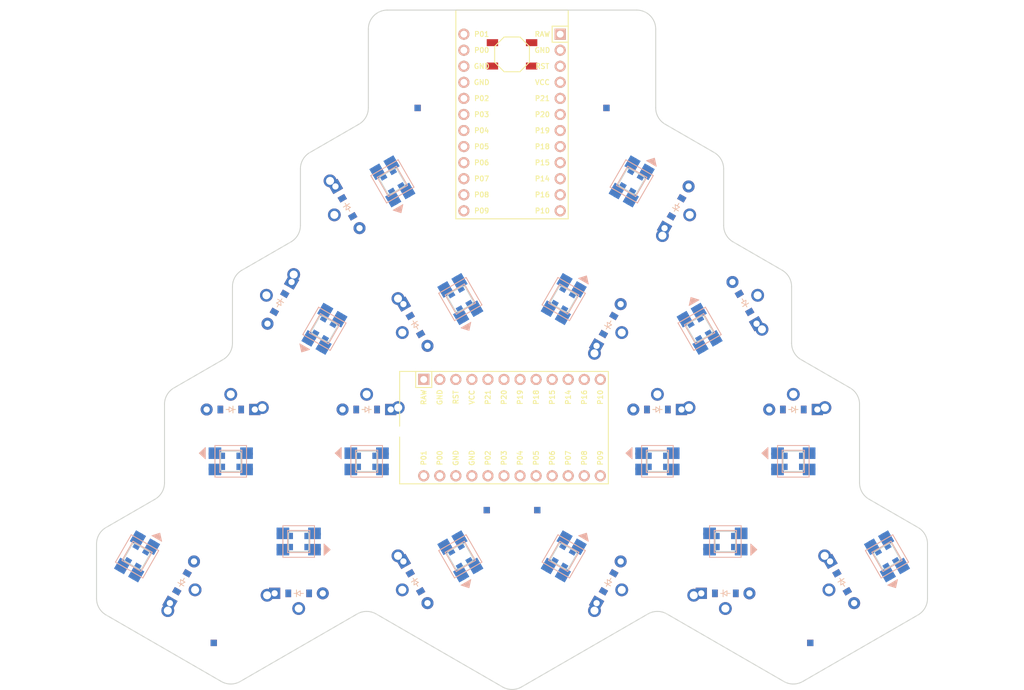
<source format=kicad_pcb>

            
(kicad_pcb (version 20171130) (host pcbnew 5.1.6)

  (page A3)
  (title_block
    (title mantis_raised)
    (rev v1.0.0)
    (company Unknown)
  )

  (general
    (thickness 1.6)
  )

  (layers
    (0 F.Cu signal)
    (31 B.Cu signal)
    (32 B.Adhes user)
    (33 F.Adhes user)
    (34 B.Paste user)
    (35 F.Paste user)
    (36 B.SilkS user)
    (37 F.SilkS user)
    (38 B.Mask user)
    (39 F.Mask user)
    (40 Dwgs.User user)
    (41 Cmts.User user)
    (42 Eco1.User user)
    (43 Eco2.User user)
    (44 Edge.Cuts user)
    (45 Margin user)
    (46 B.CrtYd user)
    (47 F.CrtYd user)
    (48 B.Fab user)
    (49 F.Fab user)
  )

  (setup
    (last_trace_width 0.25)
    (trace_clearance 0.2)
    (zone_clearance 0.508)
    (zone_45_only no)
    (trace_min 0.2)
    (via_size 0.8)
    (via_drill 0.4)
    (via_min_size 0.4)
    (via_min_drill 0.3)
    (uvia_size 0.3)
    (uvia_drill 0.1)
    (uvias_allowed no)
    (uvia_min_size 0.2)
    (uvia_min_drill 0.1)
    (edge_width 0.05)
    (segment_width 0.2)
    (pcb_text_width 0.3)
    (pcb_text_size 1.5 1.5)
    (mod_edge_width 0.12)
    (mod_text_size 1 1)
    (mod_text_width 0.15)
    (pad_size 1.524 1.524)
    (pad_drill 0.762)
    (pad_to_mask_clearance 0.05)
    (aux_axis_origin 0 0)
    (visible_elements FFFFFF7F)
    (pcbplotparams
      (layerselection 0x010fc_ffffffff)
      (usegerberextensions false)
      (usegerberattributes true)
      (usegerberadvancedattributes true)
      (creategerberjobfile true)
      (excludeedgelayer true)
      (linewidth 0.100000)
      (plotframeref false)
      (viasonmask false)
      (mode 1)
      (useauxorigin false)
      (hpglpennumber 1)
      (hpglpenspeed 20)
      (hpglpendiameter 15.000000)
      (psnegative false)
      (psa4output false)
      (plotreference true)
      (plotvalue true)
      (plotinvisibletext false)
      (padsonsilk false)
      (subtractmaskfromsilk false)
      (outputformat 1)
      (mirror false)
      (drillshape 1)
      (scaleselection 1)
      (outputdirectory ""))
  )

            (net 0 "")
(net 1 "C4")
(net 2 "c4_r3")
(net 3 "C5")
(net 4 "c5_r3")
(net 5 "c4_r2")
(net 6 "c5_r2")
(net 7 "c4_r1")
(net 8 "c5_r1")
(net 9 "c4_rt")
(net 10 "c5_rt")
(net 11 "M_C4")
(net 12 "mirror_c4_r3")
(net 13 "M_C5")
(net 14 "mirror_c5_r3")
(net 15 "mirror_c4_r2")
(net 16 "mirror_c5_r2")
(net 17 "mirror_c4_r1")
(net 18 "mirror_c5_r1")
(net 19 "mirror_c4_rt")
(net 20 "mirror_c5_rt")
(net 21 "R3")
(net 22 "R2")
(net 23 "R1")
(net 24 "RT")
(net 25 "VCC")
(net 26 "GND")
(net 27 "RST")
(net 28 "3_3V")
(net 29 "P21")
(net 30 "P20")
(net 31 "M_C1")
(net 32 "M_C2")
(net 33 "M_C3")
(net 34 "P10")
(net 35 "C1")
(net 36 "C2")
(net 37 "C3")
(net 38 "LED")
(net 39 "di_c4_r3")
(net 40 "do_c4_r3")
(net 41 "di_c5_r3")
(net 42 "do_c5_r3")
(net 43 "di_c4_r2")
(net 44 "do_c4_r2")
(net 45 "di_c5_r2")
(net 46 "do_c5_r2")
(net 47 "di_c4_r1")
(net 48 "do_c4_r1")
(net 49 "di_c5_r1")
(net 50 "do_c5_r1")
(net 51 "di_c4_rt")
(net 52 "do_c4_rt")
(net 53 "di_c5_rt")
(net 54 "do_c5_rt")
(net 55 "di_mirror_c4_r3")
(net 56 "do_mirror_c4_r3")
(net 57 "di_mirror_c5_r3")
(net 58 "do_mirror_c5_r3")
(net 59 "di_mirror_c4_r2")
(net 60 "do_mirror_c4_r2")
(net 61 "di_mirror_c5_r2")
(net 62 "do_mirror_c5_r2")
(net 63 "di_mirror_c4_r1")
(net 64 "do_mirror_c4_r1")
(net 65 "di_mirror_c5_r1")
(net 66 "do_mirror_c5_r1")
(net 67 "di_mirror_c4_rt")
(net 68 "do_mirror_c4_rt")
(net 69 "di_mirror_c5_rt")
(net 70 "do_mirror_c5_rt")
(net 71 "RAW")
(net 72 "di_mirror_c3_r3")
            
  (net_class Default "This is the default net class."
    (clearance 0.2)
    (trace_width 0.25)
    (via_dia 0.8)
    (via_drill 0.4)
    (uvia_dia 0.3)
    (uvia_drill 0.1)
    (add_net "")
(add_net "C4")
(add_net "c4_r3")
(add_net "C5")
(add_net "c5_r3")
(add_net "c4_r2")
(add_net "c5_r2")
(add_net "c4_r1")
(add_net "c5_r1")
(add_net "c4_rt")
(add_net "c5_rt")
(add_net "M_C4")
(add_net "mirror_c4_r3")
(add_net "M_C5")
(add_net "mirror_c5_r3")
(add_net "mirror_c4_r2")
(add_net "mirror_c5_r2")
(add_net "mirror_c4_r1")
(add_net "mirror_c5_r1")
(add_net "mirror_c4_rt")
(add_net "mirror_c5_rt")
(add_net "R3")
(add_net "R2")
(add_net "R1")
(add_net "RT")
(add_net "VCC")
(add_net "GND")
(add_net "RST")
(add_net "3_3V")
(add_net "P21")
(add_net "P20")
(add_net "M_C1")
(add_net "M_C2")
(add_net "M_C3")
(add_net "P10")
(add_net "C1")
(add_net "C2")
(add_net "C3")
(add_net "LED")
(add_net "di_c4_r3")
(add_net "do_c4_r3")
(add_net "di_c5_r3")
(add_net "do_c5_r3")
(add_net "di_c4_r2")
(add_net "do_c4_r2")
(add_net "di_c5_r2")
(add_net "do_c5_r2")
(add_net "di_c4_r1")
(add_net "do_c4_r1")
(add_net "di_c5_r1")
(add_net "do_c5_r1")
(add_net "di_c4_rt")
(add_net "do_c4_rt")
(add_net "di_c5_rt")
(add_net "do_c5_rt")
(add_net "di_mirror_c4_r3")
(add_net "do_mirror_c4_r3")
(add_net "di_mirror_c5_r3")
(add_net "do_mirror_c5_r3")
(add_net "di_mirror_c4_r2")
(add_net "do_mirror_c4_r2")
(add_net "di_mirror_c5_r2")
(add_net "do_mirror_c5_r2")
(add_net "di_mirror_c4_r1")
(add_net "do_mirror_c4_r1")
(add_net "di_mirror_c5_r1")
(add_net "do_mirror_c5_r1")
(add_net "di_mirror_c4_rt")
(add_net "do_mirror_c4_rt")
(add_net "di_mirror_c5_rt")
(add_net "do_mirror_c5_rt")
(add_net "RAW")
(add_net "di_mirror_c3_r3")
  )

            
        
      (module PG1350 (layer F.Cu) (tedit 5DD50112)
      (at 231 89.75999999999999 120)

      
      (fp_text reference "S1" (at 0 0) (layer F.SilkS) hide (effects (font (size 1.27 1.27) (thickness 0.15))))
      (fp_text value "" (at 0 0) (layer F.SilkS) hide (effects (font (size 1.27 1.27) (thickness 0.15))))

      
      (fp_line (start -7 -6) (end -7 -7) (layer Dwgs.User) (width 0.15))
      (fp_line (start -7 7) (end -6 7) (layer Dwgs.User) (width 0.15))
      (fp_line (start -6 -7) (end -7 -7) (layer Dwgs.User) (width 0.15))
      (fp_line (start -7 7) (end -7 6) (layer Dwgs.User) (width 0.15))
      (fp_line (start 7 6) (end 7 7) (layer Dwgs.User) (width 0.15))
      (fp_line (start 7 -7) (end 6 -7) (layer Dwgs.User) (width 0.15))
      (fp_line (start 6 7) (end 7 7) (layer Dwgs.User) (width 0.15))
      (fp_line (start 7 -7) (end 7 -6) (layer Dwgs.User) (width 0.15))      
      
      
      (pad "" np_thru_hole circle (at 0 0) (size 3.429 3.429) (drill 3.429) (layers *.Cu *.Mask))
        
      
      (pad "" np_thru_hole circle (at 5.5 0) (size 1.7018 1.7018) (drill 1.7018) (layers *.Cu *.Mask))
      (pad "" np_thru_hole circle (at -5.5 0) (size 1.7018 1.7018) (drill 1.7018) (layers *.Cu *.Mask))
      
        
        
            
            (pad 1 thru_hole circle (at 5 -3.8) (size 2.032 2.032) (drill 1.27) (layers *.Cu *.Mask) (net 1 "C4"))
            (pad 2 thru_hole circle (at 0 -5.9) (size 2.032 2.032) (drill 1.27) (layers *.Cu *.Mask) (net 2 "c4_r3"))
          )
        

        
      (module PG1350 (layer F.Cu) (tedit 5DD50112)
      (at 241.75 108.38 120)

      
      (fp_text reference "S2" (at 0 0) (layer F.SilkS) hide (effects (font (size 1.27 1.27) (thickness 0.15))))
      (fp_text value "" (at 0 0) (layer F.SilkS) hide (effects (font (size 1.27 1.27) (thickness 0.15))))

      
      (fp_line (start -7 -6) (end -7 -7) (layer Dwgs.User) (width 0.15))
      (fp_line (start -7 7) (end -6 7) (layer Dwgs.User) (width 0.15))
      (fp_line (start -6 -7) (end -7 -7) (layer Dwgs.User) (width 0.15))
      (fp_line (start -7 7) (end -7 6) (layer Dwgs.User) (width 0.15))
      (fp_line (start 7 6) (end 7 7) (layer Dwgs.User) (width 0.15))
      (fp_line (start 7 -7) (end 6 -7) (layer Dwgs.User) (width 0.15))
      (fp_line (start 6 7) (end 7 7) (layer Dwgs.User) (width 0.15))
      (fp_line (start 7 -7) (end 7 -6) (layer Dwgs.User) (width 0.15))      
      
      
      (pad "" np_thru_hole circle (at 0 0) (size 3.429 3.429) (drill 3.429) (layers *.Cu *.Mask))
        
      
      (pad "" np_thru_hole circle (at 5.5 0) (size 1.7018 1.7018) (drill 1.7018) (layers *.Cu *.Mask))
      (pad "" np_thru_hole circle (at -5.5 0) (size 1.7018 1.7018) (drill 1.7018) (layers *.Cu *.Mask))
      
        
        
            
            (pad 1 thru_hole circle (at 5 -3.8) (size 2.032 2.032) (drill 1.27) (layers *.Cu *.Mask) (net 3 "C5"))
            (pad 2 thru_hole circle (at 0 -5.9) (size 2.032 2.032) (drill 1.27) (layers *.Cu *.Mask) (net 4 "c5_r3"))
          )
        

        
      (module PG1350 (layer F.Cu) (tedit 5DD50112)
      (at 220.25 108.38 60)

      
      (fp_text reference "S3" (at 0 0) (layer F.SilkS) hide (effects (font (size 1.27 1.27) (thickness 0.15))))
      (fp_text value "" (at 0 0) (layer F.SilkS) hide (effects (font (size 1.27 1.27) (thickness 0.15))))

      
      (fp_line (start -7 -6) (end -7 -7) (layer Dwgs.User) (width 0.15))
      (fp_line (start -7 7) (end -6 7) (layer Dwgs.User) (width 0.15))
      (fp_line (start -6 -7) (end -7 -7) (layer Dwgs.User) (width 0.15))
      (fp_line (start -7 7) (end -7 6) (layer Dwgs.User) (width 0.15))
      (fp_line (start 7 6) (end 7 7) (layer Dwgs.User) (width 0.15))
      (fp_line (start 7 -7) (end 6 -7) (layer Dwgs.User) (width 0.15))
      (fp_line (start 6 7) (end 7 7) (layer Dwgs.User) (width 0.15))
      (fp_line (start 7 -7) (end 7 -6) (layer Dwgs.User) (width 0.15))      
      
      
      (pad "" np_thru_hole circle (at 0 0) (size 3.429 3.429) (drill 3.429) (layers *.Cu *.Mask))
        
      
      (pad "" np_thru_hole circle (at 5.5 0) (size 1.7018 1.7018) (drill 1.7018) (layers *.Cu *.Mask))
      (pad "" np_thru_hole circle (at -5.5 0) (size 1.7018 1.7018) (drill 1.7018) (layers *.Cu *.Mask))
      
        
        
            
            (pad 1 thru_hole circle (at 5 -3.8) (size 2.032 2.032) (drill 1.27) (layers *.Cu *.Mask) (net 1 "C4"))
            (pad 2 thru_hole circle (at 0 -5.9) (size 2.032 2.032) (drill 1.27) (layers *.Cu *.Mask) (net 5 "c4_r2"))
          )
        

        
      (module PG1350 (layer F.Cu) (tedit 5DD50112)
      (at 231 127 360)

      
      (fp_text reference "S4" (at 0 0) (layer F.SilkS) hide (effects (font (size 1.27 1.27) (thickness 0.15))))
      (fp_text value "" (at 0 0) (layer F.SilkS) hide (effects (font (size 1.27 1.27) (thickness 0.15))))

      
      (fp_line (start -7 -6) (end -7 -7) (layer Dwgs.User) (width 0.15))
      (fp_line (start -7 7) (end -6 7) (layer Dwgs.User) (width 0.15))
      (fp_line (start -6 -7) (end -7 -7) (layer Dwgs.User) (width 0.15))
      (fp_line (start -7 7) (end -7 6) (layer Dwgs.User) (width 0.15))
      (fp_line (start 7 6) (end 7 7) (layer Dwgs.User) (width 0.15))
      (fp_line (start 7 -7) (end 6 -7) (layer Dwgs.User) (width 0.15))
      (fp_line (start 6 7) (end 7 7) (layer Dwgs.User) (width 0.15))
      (fp_line (start 7 -7) (end 7 -6) (layer Dwgs.User) (width 0.15))      
      
      
      (pad "" np_thru_hole circle (at 0 0) (size 3.429 3.429) (drill 3.429) (layers *.Cu *.Mask))
        
      
      (pad "" np_thru_hole circle (at 5.5 0) (size 1.7018 1.7018) (drill 1.7018) (layers *.Cu *.Mask))
      (pad "" np_thru_hole circle (at -5.5 0) (size 1.7018 1.7018) (drill 1.7018) (layers *.Cu *.Mask))
      
        
        
            
            (pad 1 thru_hole circle (at 5 -3.8) (size 2.032 2.032) (drill 1.27) (layers *.Cu *.Mask) (net 3 "C5"))
            (pad 2 thru_hole circle (at 0 -5.9) (size 2.032 2.032) (drill 1.27) (layers *.Cu *.Mask) (net 6 "c5_r2"))
          )
        

        
      (module PG1350 (layer F.Cu) (tedit 5DD50112)
      (at 209.5 127 360)

      
      (fp_text reference "S5" (at 0 0) (layer F.SilkS) hide (effects (font (size 1.27 1.27) (thickness 0.15))))
      (fp_text value "" (at 0 0) (layer F.SilkS) hide (effects (font (size 1.27 1.27) (thickness 0.15))))

      
      (fp_line (start -7 -6) (end -7 -7) (layer Dwgs.User) (width 0.15))
      (fp_line (start -7 7) (end -6 7) (layer Dwgs.User) (width 0.15))
      (fp_line (start -6 -7) (end -7 -7) (layer Dwgs.User) (width 0.15))
      (fp_line (start -7 7) (end -7 6) (layer Dwgs.User) (width 0.15))
      (fp_line (start 7 6) (end 7 7) (layer Dwgs.User) (width 0.15))
      (fp_line (start 7 -7) (end 6 -7) (layer Dwgs.User) (width 0.15))
      (fp_line (start 6 7) (end 7 7) (layer Dwgs.User) (width 0.15))
      (fp_line (start 7 -7) (end 7 -6) (layer Dwgs.User) (width 0.15))      
      
      
      (pad "" np_thru_hole circle (at 0 0) (size 3.429 3.429) (drill 3.429) (layers *.Cu *.Mask))
        
      
      (pad "" np_thru_hole circle (at 5.5 0) (size 1.7018 1.7018) (drill 1.7018) (layers *.Cu *.Mask))
      (pad "" np_thru_hole circle (at -5.5 0) (size 1.7018 1.7018) (drill 1.7018) (layers *.Cu *.Mask))
      
        
        
            
            (pad 1 thru_hole circle (at 5 -3.8) (size 2.032 2.032) (drill 1.27) (layers *.Cu *.Mask) (net 1 "C4"))
            (pad 2 thru_hole circle (at 0 -5.9) (size 2.032 2.032) (drill 1.27) (layers *.Cu *.Mask) (net 7 "c4_r1"))
          )
        

        
      (module PG1350 (layer F.Cu) (tedit 5DD50112)
      (at 241.75 149.08409999999998 120)

      
      (fp_text reference "S6" (at 0 0) (layer F.SilkS) hide (effects (font (size 1.27 1.27) (thickness 0.15))))
      (fp_text value "" (at 0 0) (layer F.SilkS) hide (effects (font (size 1.27 1.27) (thickness 0.15))))

      
      (fp_line (start -7 -6) (end -7 -7) (layer Dwgs.User) (width 0.15))
      (fp_line (start -7 7) (end -6 7) (layer Dwgs.User) (width 0.15))
      (fp_line (start -6 -7) (end -7 -7) (layer Dwgs.User) (width 0.15))
      (fp_line (start -7 7) (end -7 6) (layer Dwgs.User) (width 0.15))
      (fp_line (start 7 6) (end 7 7) (layer Dwgs.User) (width 0.15))
      (fp_line (start 7 -7) (end 6 -7) (layer Dwgs.User) (width 0.15))
      (fp_line (start 6 7) (end 7 7) (layer Dwgs.User) (width 0.15))
      (fp_line (start 7 -7) (end 7 -6) (layer Dwgs.User) (width 0.15))      
      
      
      (pad "" np_thru_hole circle (at 0 0) (size 3.429 3.429) (drill 3.429) (layers *.Cu *.Mask))
        
      
      (pad "" np_thru_hole circle (at 5.5 0) (size 1.7018 1.7018) (drill 1.7018) (layers *.Cu *.Mask))
      (pad "" np_thru_hole circle (at -5.5 0) (size 1.7018 1.7018) (drill 1.7018) (layers *.Cu *.Mask))
      
        
        
            
            (pad 1 thru_hole circle (at 5 -3.8) (size 2.032 2.032) (drill 1.27) (layers *.Cu *.Mask) (net 3 "C5"))
            (pad 2 thru_hole circle (at 0 -5.9) (size 2.032 2.032) (drill 1.27) (layers *.Cu *.Mask) (net 8 "c5_r1"))
          )
        

        
      (module PG1350 (layer F.Cu) (tedit 5DD50112)
      (at 198.75 149.0841 240)

      
      (fp_text reference "S7" (at 0 0) (layer F.SilkS) hide (effects (font (size 1.27 1.27) (thickness 0.15))))
      (fp_text value "" (at 0 0) (layer F.SilkS) hide (effects (font (size 1.27 1.27) (thickness 0.15))))

      
      (fp_line (start -7 -6) (end -7 -7) (layer Dwgs.User) (width 0.15))
      (fp_line (start -7 7) (end -6 7) (layer Dwgs.User) (width 0.15))
      (fp_line (start -6 -7) (end -7 -7) (layer Dwgs.User) (width 0.15))
      (fp_line (start -7 7) (end -7 6) (layer Dwgs.User) (width 0.15))
      (fp_line (start 7 6) (end 7 7) (layer Dwgs.User) (width 0.15))
      (fp_line (start 7 -7) (end 6 -7) (layer Dwgs.User) (width 0.15))
      (fp_line (start 6 7) (end 7 7) (layer Dwgs.User) (width 0.15))
      (fp_line (start 7 -7) (end 7 -6) (layer Dwgs.User) (width 0.15))      
      
      
      (pad "" np_thru_hole circle (at 0 0) (size 3.429 3.429) (drill 3.429) (layers *.Cu *.Mask))
        
      
      (pad "" np_thru_hole circle (at 5.5 0) (size 1.7018 1.7018) (drill 1.7018) (layers *.Cu *.Mask))
      (pad "" np_thru_hole circle (at -5.5 0) (size 1.7018 1.7018) (drill 1.7018) (layers *.Cu *.Mask))
      
        
        
            
            (pad 1 thru_hole circle (at 5 -3.8) (size 2.032 2.032) (drill 1.27) (layers *.Cu *.Mask) (net 1 "C4"))
            (pad 2 thru_hole circle (at 0 -5.9) (size 2.032 2.032) (drill 1.27) (layers *.Cu *.Mask) (net 9 "c4_rt"))
          )
        

        
      (module PG1350 (layer F.Cu) (tedit 5DD50112)
      (at 220.25 149.0841 180)

      
      (fp_text reference "S8" (at 0 0) (layer F.SilkS) hide (effects (font (size 1.27 1.27) (thickness 0.15))))
      (fp_text value "" (at 0 0) (layer F.SilkS) hide (effects (font (size 1.27 1.27) (thickness 0.15))))

      
      (fp_line (start -7 -6) (end -7 -7) (layer Dwgs.User) (width 0.15))
      (fp_line (start -7 7) (end -6 7) (layer Dwgs.User) (width 0.15))
      (fp_line (start -6 -7) (end -7 -7) (layer Dwgs.User) (width 0.15))
      (fp_line (start -7 7) (end -7 6) (layer Dwgs.User) (width 0.15))
      (fp_line (start 7 6) (end 7 7) (layer Dwgs.User) (width 0.15))
      (fp_line (start 7 -7) (end 6 -7) (layer Dwgs.User) (width 0.15))
      (fp_line (start 6 7) (end 7 7) (layer Dwgs.User) (width 0.15))
      (fp_line (start 7 -7) (end 7 -6) (layer Dwgs.User) (width 0.15))      
      
      
      (pad "" np_thru_hole circle (at 0 0) (size 3.429 3.429) (drill 3.429) (layers *.Cu *.Mask))
        
      
      (pad "" np_thru_hole circle (at 5.5 0) (size 1.7018 1.7018) (drill 1.7018) (layers *.Cu *.Mask))
      (pad "" np_thru_hole circle (at -5.5 0) (size 1.7018 1.7018) (drill 1.7018) (layers *.Cu *.Mask))
      
        
        
            
            (pad 1 thru_hole circle (at 5 -3.8) (size 2.032 2.032) (drill 1.27) (layers *.Cu *.Mask) (net 3 "C5"))
            (pad 2 thru_hole circle (at 0 -5.9) (size 2.032 2.032) (drill 1.27) (layers *.Cu *.Mask) (net 10 "c5_rt"))
          )
        

        
      (module PG1350 (layer F.Cu) (tedit 5DD50112)
      (at 277 89.75999999999999 -120)

      
      (fp_text reference "S9" (at 0 0) (layer F.SilkS) hide (effects (font (size 1.27 1.27) (thickness 0.15))))
      (fp_text value "" (at 0 0) (layer F.SilkS) hide (effects (font (size 1.27 1.27) (thickness 0.15))))

      
      (fp_line (start -7 -6) (end -7 -7) (layer Dwgs.User) (width 0.15))
      (fp_line (start -7 7) (end -6 7) (layer Dwgs.User) (width 0.15))
      (fp_line (start -6 -7) (end -7 -7) (layer Dwgs.User) (width 0.15))
      (fp_line (start -7 7) (end -7 6) (layer Dwgs.User) (width 0.15))
      (fp_line (start 7 6) (end 7 7) (layer Dwgs.User) (width 0.15))
      (fp_line (start 7 -7) (end 6 -7) (layer Dwgs.User) (width 0.15))
      (fp_line (start 6 7) (end 7 7) (layer Dwgs.User) (width 0.15))
      (fp_line (start 7 -7) (end 7 -6) (layer Dwgs.User) (width 0.15))      
      
      
      (pad "" np_thru_hole circle (at 0 0) (size 3.429 3.429) (drill 3.429) (layers *.Cu *.Mask))
        
      
      (pad "" np_thru_hole circle (at 5.5 0) (size 1.7018 1.7018) (drill 1.7018) (layers *.Cu *.Mask))
      (pad "" np_thru_hole circle (at -5.5 0) (size 1.7018 1.7018) (drill 1.7018) (layers *.Cu *.Mask))
      
        
        
            
            (pad 1 thru_hole circle (at 5 -3.8) (size 2.032 2.032) (drill 1.27) (layers *.Cu *.Mask) (net 11 "M_C4"))
            (pad 2 thru_hole circle (at 0 -5.9) (size 2.032 2.032) (drill 1.27) (layers *.Cu *.Mask) (net 12 "mirror_c4_r3"))
          )
        

        
      (module PG1350 (layer F.Cu) (tedit 5DD50112)
      (at 266.25 108.38 -120)

      
      (fp_text reference "S10" (at 0 0) (layer F.SilkS) hide (effects (font (size 1.27 1.27) (thickness 0.15))))
      (fp_text value "" (at 0 0) (layer F.SilkS) hide (effects (font (size 1.27 1.27) (thickness 0.15))))

      
      (fp_line (start -7 -6) (end -7 -7) (layer Dwgs.User) (width 0.15))
      (fp_line (start -7 7) (end -6 7) (layer Dwgs.User) (width 0.15))
      (fp_line (start -6 -7) (end -7 -7) (layer Dwgs.User) (width 0.15))
      (fp_line (start -7 7) (end -7 6) (layer Dwgs.User) (width 0.15))
      (fp_line (start 7 6) (end 7 7) (layer Dwgs.User) (width 0.15))
      (fp_line (start 7 -7) (end 6 -7) (layer Dwgs.User) (width 0.15))
      (fp_line (start 6 7) (end 7 7) (layer Dwgs.User) (width 0.15))
      (fp_line (start 7 -7) (end 7 -6) (layer Dwgs.User) (width 0.15))      
      
      
      (pad "" np_thru_hole circle (at 0 0) (size 3.429 3.429) (drill 3.429) (layers *.Cu *.Mask))
        
      
      (pad "" np_thru_hole circle (at 5.5 0) (size 1.7018 1.7018) (drill 1.7018) (layers *.Cu *.Mask))
      (pad "" np_thru_hole circle (at -5.5 0) (size 1.7018 1.7018) (drill 1.7018) (layers *.Cu *.Mask))
      
        
        
            
            (pad 1 thru_hole circle (at 5 -3.8) (size 2.032 2.032) (drill 1.27) (layers *.Cu *.Mask) (net 13 "M_C5"))
            (pad 2 thru_hole circle (at 0 -5.9) (size 2.032 2.032) (drill 1.27) (layers *.Cu *.Mask) (net 14 "mirror_c5_r3"))
          )
        

        
      (module PG1350 (layer F.Cu) (tedit 5DD50112)
      (at 287.75 108.38 -60)

      
      (fp_text reference "S11" (at 0 0) (layer F.SilkS) hide (effects (font (size 1.27 1.27) (thickness 0.15))))
      (fp_text value "" (at 0 0) (layer F.SilkS) hide (effects (font (size 1.27 1.27) (thickness 0.15))))

      
      (fp_line (start -7 -6) (end -7 -7) (layer Dwgs.User) (width 0.15))
      (fp_line (start -7 7) (end -6 7) (layer Dwgs.User) (width 0.15))
      (fp_line (start -6 -7) (end -7 -7) (layer Dwgs.User) (width 0.15))
      (fp_line (start -7 7) (end -7 6) (layer Dwgs.User) (width 0.15))
      (fp_line (start 7 6) (end 7 7) (layer Dwgs.User) (width 0.15))
      (fp_line (start 7 -7) (end 6 -7) (layer Dwgs.User) (width 0.15))
      (fp_line (start 6 7) (end 7 7) (layer Dwgs.User) (width 0.15))
      (fp_line (start 7 -7) (end 7 -6) (layer Dwgs.User) (width 0.15))      
      
      
      (pad "" np_thru_hole circle (at 0 0) (size 3.429 3.429) (drill 3.429) (layers *.Cu *.Mask))
        
      
      (pad "" np_thru_hole circle (at 5.5 0) (size 1.7018 1.7018) (drill 1.7018) (layers *.Cu *.Mask))
      (pad "" np_thru_hole circle (at -5.5 0) (size 1.7018 1.7018) (drill 1.7018) (layers *.Cu *.Mask))
      
        
        
            
            (pad 1 thru_hole circle (at 5 -3.8) (size 2.032 2.032) (drill 1.27) (layers *.Cu *.Mask) (net 11 "M_C4"))
            (pad 2 thru_hole circle (at 0 -5.9) (size 2.032 2.032) (drill 1.27) (layers *.Cu *.Mask) (net 15 "mirror_c4_r2"))
          )
        

        
      (module PG1350 (layer F.Cu) (tedit 5DD50112)
      (at 277 127 -360)

      
      (fp_text reference "S12" (at 0 0) (layer F.SilkS) hide (effects (font (size 1.27 1.27) (thickness 0.15))))
      (fp_text value "" (at 0 0) (layer F.SilkS) hide (effects (font (size 1.27 1.27) (thickness 0.15))))

      
      (fp_line (start -7 -6) (end -7 -7) (layer Dwgs.User) (width 0.15))
      (fp_line (start -7 7) (end -6 7) (layer Dwgs.User) (width 0.15))
      (fp_line (start -6 -7) (end -7 -7) (layer Dwgs.User) (width 0.15))
      (fp_line (start -7 7) (end -7 6) (layer Dwgs.User) (width 0.15))
      (fp_line (start 7 6) (end 7 7) (layer Dwgs.User) (width 0.15))
      (fp_line (start 7 -7) (end 6 -7) (layer Dwgs.User) (width 0.15))
      (fp_line (start 6 7) (end 7 7) (layer Dwgs.User) (width 0.15))
      (fp_line (start 7 -7) (end 7 -6) (layer Dwgs.User) (width 0.15))      
      
      
      (pad "" np_thru_hole circle (at 0 0) (size 3.429 3.429) (drill 3.429) (layers *.Cu *.Mask))
        
      
      (pad "" np_thru_hole circle (at 5.5 0) (size 1.7018 1.7018) (drill 1.7018) (layers *.Cu *.Mask))
      (pad "" np_thru_hole circle (at -5.5 0) (size 1.7018 1.7018) (drill 1.7018) (layers *.Cu *.Mask))
      
        
        
            
            (pad 1 thru_hole circle (at 5 -3.8) (size 2.032 2.032) (drill 1.27) (layers *.Cu *.Mask) (net 13 "M_C5"))
            (pad 2 thru_hole circle (at 0 -5.9) (size 2.032 2.032) (drill 1.27) (layers *.Cu *.Mask) (net 16 "mirror_c5_r2"))
          )
        

        
      (module PG1350 (layer F.Cu) (tedit 5DD50112)
      (at 298.5 127 -360)

      
      (fp_text reference "S13" (at 0 0) (layer F.SilkS) hide (effects (font (size 1.27 1.27) (thickness 0.15))))
      (fp_text value "" (at 0 0) (layer F.SilkS) hide (effects (font (size 1.27 1.27) (thickness 0.15))))

      
      (fp_line (start -7 -6) (end -7 -7) (layer Dwgs.User) (width 0.15))
      (fp_line (start -7 7) (end -6 7) (layer Dwgs.User) (width 0.15))
      (fp_line (start -6 -7) (end -7 -7) (layer Dwgs.User) (width 0.15))
      (fp_line (start -7 7) (end -7 6) (layer Dwgs.User) (width 0.15))
      (fp_line (start 7 6) (end 7 7) (layer Dwgs.User) (width 0.15))
      (fp_line (start 7 -7) (end 6 -7) (layer Dwgs.User) (width 0.15))
      (fp_line (start 6 7) (end 7 7) (layer Dwgs.User) (width 0.15))
      (fp_line (start 7 -7) (end 7 -6) (layer Dwgs.User) (width 0.15))      
      
      
      (pad "" np_thru_hole circle (at 0 0) (size 3.429 3.429) (drill 3.429) (layers *.Cu *.Mask))
        
      
      (pad "" np_thru_hole circle (at 5.5 0) (size 1.7018 1.7018) (drill 1.7018) (layers *.Cu *.Mask))
      (pad "" np_thru_hole circle (at -5.5 0) (size 1.7018 1.7018) (drill 1.7018) (layers *.Cu *.Mask))
      
        
        
            
            (pad 1 thru_hole circle (at 5 -3.8) (size 2.032 2.032) (drill 1.27) (layers *.Cu *.Mask) (net 11 "M_C4"))
            (pad 2 thru_hole circle (at 0 -5.9) (size 2.032 2.032) (drill 1.27) (layers *.Cu *.Mask) (net 17 "mirror_c4_r1"))
          )
        

        
      (module PG1350 (layer F.Cu) (tedit 5DD50112)
      (at 266.25 149.08409999999998 -120)

      
      (fp_text reference "S14" (at 0 0) (layer F.SilkS) hide (effects (font (size 1.27 1.27) (thickness 0.15))))
      (fp_text value "" (at 0 0) (layer F.SilkS) hide (effects (font (size 1.27 1.27) (thickness 0.15))))

      
      (fp_line (start -7 -6) (end -7 -7) (layer Dwgs.User) (width 0.15))
      (fp_line (start -7 7) (end -6 7) (layer Dwgs.User) (width 0.15))
      (fp_line (start -6 -7) (end -7 -7) (layer Dwgs.User) (width 0.15))
      (fp_line (start -7 7) (end -7 6) (layer Dwgs.User) (width 0.15))
      (fp_line (start 7 6) (end 7 7) (layer Dwgs.User) (width 0.15))
      (fp_line (start 7 -7) (end 6 -7) (layer Dwgs.User) (width 0.15))
      (fp_line (start 6 7) (end 7 7) (layer Dwgs.User) (width 0.15))
      (fp_line (start 7 -7) (end 7 -6) (layer Dwgs.User) (width 0.15))      
      
      
      (pad "" np_thru_hole circle (at 0 0) (size 3.429 3.429) (drill 3.429) (layers *.Cu *.Mask))
        
      
      (pad "" np_thru_hole circle (at 5.5 0) (size 1.7018 1.7018) (drill 1.7018) (layers *.Cu *.Mask))
      (pad "" np_thru_hole circle (at -5.5 0) (size 1.7018 1.7018) (drill 1.7018) (layers *.Cu *.Mask))
      
        
        
            
            (pad 1 thru_hole circle (at 5 -3.8) (size 2.032 2.032) (drill 1.27) (layers *.Cu *.Mask) (net 13 "M_C5"))
            (pad 2 thru_hole circle (at 0 -5.9) (size 2.032 2.032) (drill 1.27) (layers *.Cu *.Mask) (net 18 "mirror_c5_r1"))
          )
        

        
      (module PG1350 (layer F.Cu) (tedit 5DD50112)
      (at 309.25 149.0841 -240)

      
      (fp_text reference "S15" (at 0 0) (layer F.SilkS) hide (effects (font (size 1.27 1.27) (thickness 0.15))))
      (fp_text value "" (at 0 0) (layer F.SilkS) hide (effects (font (size 1.27 1.27) (thickness 0.15))))

      
      (fp_line (start -7 -6) (end -7 -7) (layer Dwgs.User) (width 0.15))
      (fp_line (start -7 7) (end -6 7) (layer Dwgs.User) (width 0.15))
      (fp_line (start -6 -7) (end -7 -7) (layer Dwgs.User) (width 0.15))
      (fp_line (start -7 7) (end -7 6) (layer Dwgs.User) (width 0.15))
      (fp_line (start 7 6) (end 7 7) (layer Dwgs.User) (width 0.15))
      (fp_line (start 7 -7) (end 6 -7) (layer Dwgs.User) (width 0.15))
      (fp_line (start 6 7) (end 7 7) (layer Dwgs.User) (width 0.15))
      (fp_line (start 7 -7) (end 7 -6) (layer Dwgs.User) (width 0.15))      
      
      
      (pad "" np_thru_hole circle (at 0 0) (size 3.429 3.429) (drill 3.429) (layers *.Cu *.Mask))
        
      
      (pad "" np_thru_hole circle (at 5.5 0) (size 1.7018 1.7018) (drill 1.7018) (layers *.Cu *.Mask))
      (pad "" np_thru_hole circle (at -5.5 0) (size 1.7018 1.7018) (drill 1.7018) (layers *.Cu *.Mask))
      
        
        
            
            (pad 1 thru_hole circle (at 5 -3.8) (size 2.032 2.032) (drill 1.27) (layers *.Cu *.Mask) (net 11 "M_C4"))
            (pad 2 thru_hole circle (at 0 -5.9) (size 2.032 2.032) (drill 1.27) (layers *.Cu *.Mask) (net 19 "mirror_c4_rt"))
          )
        

        
      (module PG1350 (layer F.Cu) (tedit 5DD50112)
      (at 287.75 149.0841 -180)

      
      (fp_text reference "S16" (at 0 0) (layer F.SilkS) hide (effects (font (size 1.27 1.27) (thickness 0.15))))
      (fp_text value "" (at 0 0) (layer F.SilkS) hide (effects (font (size 1.27 1.27) (thickness 0.15))))

      
      (fp_line (start -7 -6) (end -7 -7) (layer Dwgs.User) (width 0.15))
      (fp_line (start -7 7) (end -6 7) (layer Dwgs.User) (width 0.15))
      (fp_line (start -6 -7) (end -7 -7) (layer Dwgs.User) (width 0.15))
      (fp_line (start -7 7) (end -7 6) (layer Dwgs.User) (width 0.15))
      (fp_line (start 7 6) (end 7 7) (layer Dwgs.User) (width 0.15))
      (fp_line (start 7 -7) (end 6 -7) (layer Dwgs.User) (width 0.15))
      (fp_line (start 6 7) (end 7 7) (layer Dwgs.User) (width 0.15))
      (fp_line (start 7 -7) (end 7 -6) (layer Dwgs.User) (width 0.15))      
      
      
      (pad "" np_thru_hole circle (at 0 0) (size 3.429 3.429) (drill 3.429) (layers *.Cu *.Mask))
        
      
      (pad "" np_thru_hole circle (at 5.5 0) (size 1.7018 1.7018) (drill 1.7018) (layers *.Cu *.Mask))
      (pad "" np_thru_hole circle (at -5.5 0) (size 1.7018 1.7018) (drill 1.7018) (layers *.Cu *.Mask))
      
        
        
            
            (pad 1 thru_hole circle (at 5 -3.8) (size 2.032 2.032) (drill 1.27) (layers *.Cu *.Mask) (net 13 "M_C5"))
            (pad 2 thru_hole circle (at 0 -5.9) (size 2.032 2.032) (drill 1.27) (layers *.Cu *.Mask) (net 20 "mirror_c5_rt"))
          )
        

  
    (module ComboDiode (layer F.Cu) (tedit 5B24D78E)


        (at 227.9689111 91.50999999999999 -60)

        
        (fp_text reference "D1" (at 0 0) (layer F.SilkS) hide (effects (font (size 1.27 1.27) (thickness 0.15))))
        (fp_text value "" (at 0 0) (layer F.SilkS) hide (effects (font (size 1.27 1.27) (thickness 0.15))))
        
        
        (fp_line (start 0.25 0) (end 0.75 0) (layer F.SilkS) (width 0.1))
        (fp_line (start 0.25 0.4) (end -0.35 0) (layer F.SilkS) (width 0.1))
        (fp_line (start 0.25 -0.4) (end 0.25 0.4) (layer F.SilkS) (width 0.1))
        (fp_line (start -0.35 0) (end 0.25 -0.4) (layer F.SilkS) (width 0.1))
        (fp_line (start -0.35 0) (end -0.35 0.55) (layer F.SilkS) (width 0.1))
        (fp_line (start -0.35 0) (end -0.35 -0.55) (layer F.SilkS) (width 0.1))
        (fp_line (start -0.75 0) (end -0.35 0) (layer F.SilkS) (width 0.1))
        (fp_line (start 0.25 0) (end 0.75 0) (layer B.SilkS) (width 0.1))
        (fp_line (start 0.25 0.4) (end -0.35 0) (layer B.SilkS) (width 0.1))
        (fp_line (start 0.25 -0.4) (end 0.25 0.4) (layer B.SilkS) (width 0.1))
        (fp_line (start -0.35 0) (end 0.25 -0.4) (layer B.SilkS) (width 0.1))
        (fp_line (start -0.35 0) (end -0.35 0.55) (layer B.SilkS) (width 0.1))
        (fp_line (start -0.35 0) (end -0.35 -0.55) (layer B.SilkS) (width 0.1))
        (fp_line (start -0.75 0) (end -0.35 0) (layer B.SilkS) (width 0.1))
    
        
        (pad 1 smd rect (at -1.65 0 -60) (size 0.9 1.2) (layers F.Cu F.Paste F.Mask) (net 21 "R3"))
        (pad 2 smd rect (at 1.65 0 -60) (size 0.9 1.2) (layers B.Cu B.Paste B.Mask) (net 2 "c4_r3"))
        (pad 1 smd rect (at -1.65 0 -60) (size 0.9 1.2) (layers B.Cu B.Paste B.Mask) (net 21 "R3"))
        (pad 2 smd rect (at 1.65 0 -60) (size 0.9 1.2) (layers F.Cu F.Paste F.Mask) (net 2 "c4_r3"))
        
        
        (pad 1 thru_hole rect (at -3.81 0 -60) (size 1.778 1.778) (drill 0.9906) (layers *.Cu *.Mask) (net 21 "R3"))
        (pad 2 thru_hole circle (at 3.81 0 -60) (size 1.905 1.905) (drill 0.9906) (layers *.Cu *.Mask) (net 2 "c4_r3"))
    )
  
    

  
    (module ComboDiode (layer F.Cu) (tedit 5B24D78E)


        (at 238.7189111 110.13 -60)

        
        (fp_text reference "D2" (at 0 0) (layer F.SilkS) hide (effects (font (size 1.27 1.27) (thickness 0.15))))
        (fp_text value "" (at 0 0) (layer F.SilkS) hide (effects (font (size 1.27 1.27) (thickness 0.15))))
        
        
        (fp_line (start 0.25 0) (end 0.75 0) (layer F.SilkS) (width 0.1))
        (fp_line (start 0.25 0.4) (end -0.35 0) (layer F.SilkS) (width 0.1))
        (fp_line (start 0.25 -0.4) (end 0.25 0.4) (layer F.SilkS) (width 0.1))
        (fp_line (start -0.35 0) (end 0.25 -0.4) (layer F.SilkS) (width 0.1))
        (fp_line (start -0.35 0) (end -0.35 0.55) (layer F.SilkS) (width 0.1))
        (fp_line (start -0.35 0) (end -0.35 -0.55) (layer F.SilkS) (width 0.1))
        (fp_line (start -0.75 0) (end -0.35 0) (layer F.SilkS) (width 0.1))
        (fp_line (start 0.25 0) (end 0.75 0) (layer B.SilkS) (width 0.1))
        (fp_line (start 0.25 0.4) (end -0.35 0) (layer B.SilkS) (width 0.1))
        (fp_line (start 0.25 -0.4) (end 0.25 0.4) (layer B.SilkS) (width 0.1))
        (fp_line (start -0.35 0) (end 0.25 -0.4) (layer B.SilkS) (width 0.1))
        (fp_line (start -0.35 0) (end -0.35 0.55) (layer B.SilkS) (width 0.1))
        (fp_line (start -0.35 0) (end -0.35 -0.55) (layer B.SilkS) (width 0.1))
        (fp_line (start -0.75 0) (end -0.35 0) (layer B.SilkS) (width 0.1))
    
        
        (pad 1 smd rect (at -1.65 0 -60) (size 0.9 1.2) (layers F.Cu F.Paste F.Mask) (net 21 "R3"))
        (pad 2 smd rect (at 1.65 0 -60) (size 0.9 1.2) (layers B.Cu B.Paste B.Mask) (net 4 "c5_r3"))
        (pad 1 smd rect (at -1.65 0 -60) (size 0.9 1.2) (layers B.Cu B.Paste B.Mask) (net 21 "R3"))
        (pad 2 smd rect (at 1.65 0 -60) (size 0.9 1.2) (layers F.Cu F.Paste F.Mask) (net 4 "c5_r3"))
        
        
        (pad 1 thru_hole rect (at -3.81 0 -60) (size 1.778 1.778) (drill 0.9906) (layers *.Cu *.Mask) (net 21 "R3"))
        (pad 2 thru_hole circle (at 3.81 0 -60) (size 1.905 1.905) (drill 0.9906) (layers *.Cu *.Mask) (net 4 "c5_r3"))
    )
  
    

  
    (module ComboDiode (layer F.Cu) (tedit 5B24D78E)


        (at 217.2189111 106.63 -120)

        
        (fp_text reference "D3" (at 0 0) (layer F.SilkS) hide (effects (font (size 1.27 1.27) (thickness 0.15))))
        (fp_text value "" (at 0 0) (layer F.SilkS) hide (effects (font (size 1.27 1.27) (thickness 0.15))))
        
        
        (fp_line (start 0.25 0) (end 0.75 0) (layer F.SilkS) (width 0.1))
        (fp_line (start 0.25 0.4) (end -0.35 0) (layer F.SilkS) (width 0.1))
        (fp_line (start 0.25 -0.4) (end 0.25 0.4) (layer F.SilkS) (width 0.1))
        (fp_line (start -0.35 0) (end 0.25 -0.4) (layer F.SilkS) (width 0.1))
        (fp_line (start -0.35 0) (end -0.35 0.55) (layer F.SilkS) (width 0.1))
        (fp_line (start -0.35 0) (end -0.35 -0.55) (layer F.SilkS) (width 0.1))
        (fp_line (start -0.75 0) (end -0.35 0) (layer F.SilkS) (width 0.1))
        (fp_line (start 0.25 0) (end 0.75 0) (layer B.SilkS) (width 0.1))
        (fp_line (start 0.25 0.4) (end -0.35 0) (layer B.SilkS) (width 0.1))
        (fp_line (start 0.25 -0.4) (end 0.25 0.4) (layer B.SilkS) (width 0.1))
        (fp_line (start -0.35 0) (end 0.25 -0.4) (layer B.SilkS) (width 0.1))
        (fp_line (start -0.35 0) (end -0.35 0.55) (layer B.SilkS) (width 0.1))
        (fp_line (start -0.35 0) (end -0.35 -0.55) (layer B.SilkS) (width 0.1))
        (fp_line (start -0.75 0) (end -0.35 0) (layer B.SilkS) (width 0.1))
    
        
        (pad 1 smd rect (at -1.65 0 -120) (size 0.9 1.2) (layers F.Cu F.Paste F.Mask) (net 22 "R2"))
        (pad 2 smd rect (at 1.65 0 -120) (size 0.9 1.2) (layers B.Cu B.Paste B.Mask) (net 5 "c4_r2"))
        (pad 1 smd rect (at -1.65 0 -120) (size 0.9 1.2) (layers B.Cu B.Paste B.Mask) (net 22 "R2"))
        (pad 2 smd rect (at 1.65 0 -120) (size 0.9 1.2) (layers F.Cu F.Paste F.Mask) (net 5 "c4_r2"))
        
        
        (pad 1 thru_hole rect (at -3.81 0 -120) (size 1.778 1.778) (drill 0.9906) (layers *.Cu *.Mask) (net 22 "R2"))
        (pad 2 thru_hole circle (at 3.81 0 -120) (size 1.905 1.905) (drill 0.9906) (layers *.Cu *.Mask) (net 5 "c4_r2"))
    )
  
    

  
    (module ComboDiode (layer F.Cu) (tedit 5B24D78E)


        (at 231 123.5 180)

        
        (fp_text reference "D4" (at 0 0) (layer F.SilkS) hide (effects (font (size 1.27 1.27) (thickness 0.15))))
        (fp_text value "" (at 0 0) (layer F.SilkS) hide (effects (font (size 1.27 1.27) (thickness 0.15))))
        
        
        (fp_line (start 0.25 0) (end 0.75 0) (layer F.SilkS) (width 0.1))
        (fp_line (start 0.25 0.4) (end -0.35 0) (layer F.SilkS) (width 0.1))
        (fp_line (start 0.25 -0.4) (end 0.25 0.4) (layer F.SilkS) (width 0.1))
        (fp_line (start -0.35 0) (end 0.25 -0.4) (layer F.SilkS) (width 0.1))
        (fp_line (start -0.35 0) (end -0.35 0.55) (layer F.SilkS) (width 0.1))
        (fp_line (start -0.35 0) (end -0.35 -0.55) (layer F.SilkS) (width 0.1))
        (fp_line (start -0.75 0) (end -0.35 0) (layer F.SilkS) (width 0.1))
        (fp_line (start 0.25 0) (end 0.75 0) (layer B.SilkS) (width 0.1))
        (fp_line (start 0.25 0.4) (end -0.35 0) (layer B.SilkS) (width 0.1))
        (fp_line (start 0.25 -0.4) (end 0.25 0.4) (layer B.SilkS) (width 0.1))
        (fp_line (start -0.35 0) (end 0.25 -0.4) (layer B.SilkS) (width 0.1))
        (fp_line (start -0.35 0) (end -0.35 0.55) (layer B.SilkS) (width 0.1))
        (fp_line (start -0.35 0) (end -0.35 -0.55) (layer B.SilkS) (width 0.1))
        (fp_line (start -0.75 0) (end -0.35 0) (layer B.SilkS) (width 0.1))
    
        
        (pad 1 smd rect (at -1.65 0 180) (size 0.9 1.2) (layers F.Cu F.Paste F.Mask) (net 22 "R2"))
        (pad 2 smd rect (at 1.65 0 180) (size 0.9 1.2) (layers B.Cu B.Paste B.Mask) (net 6 "c5_r2"))
        (pad 1 smd rect (at -1.65 0 180) (size 0.9 1.2) (layers B.Cu B.Paste B.Mask) (net 22 "R2"))
        (pad 2 smd rect (at 1.65 0 180) (size 0.9 1.2) (layers F.Cu F.Paste F.Mask) (net 6 "c5_r2"))
        
        
        (pad 1 thru_hole rect (at -3.81 0 180) (size 1.778 1.778) (drill 0.9906) (layers *.Cu *.Mask) (net 22 "R2"))
        (pad 2 thru_hole circle (at 3.81 0 180) (size 1.905 1.905) (drill 0.9906) (layers *.Cu *.Mask) (net 6 "c5_r2"))
    )
  
    

  
    (module ComboDiode (layer F.Cu) (tedit 5B24D78E)


        (at 209.5 123.5 180)

        
        (fp_text reference "D5" (at 0 0) (layer F.SilkS) hide (effects (font (size 1.27 1.27) (thickness 0.15))))
        (fp_text value "" (at 0 0) (layer F.SilkS) hide (effects (font (size 1.27 1.27) (thickness 0.15))))
        
        
        (fp_line (start 0.25 0) (end 0.75 0) (layer F.SilkS) (width 0.1))
        (fp_line (start 0.25 0.4) (end -0.35 0) (layer F.SilkS) (width 0.1))
        (fp_line (start 0.25 -0.4) (end 0.25 0.4) (layer F.SilkS) (width 0.1))
        (fp_line (start -0.35 0) (end 0.25 -0.4) (layer F.SilkS) (width 0.1))
        (fp_line (start -0.35 0) (end -0.35 0.55) (layer F.SilkS) (width 0.1))
        (fp_line (start -0.35 0) (end -0.35 -0.55) (layer F.SilkS) (width 0.1))
        (fp_line (start -0.75 0) (end -0.35 0) (layer F.SilkS) (width 0.1))
        (fp_line (start 0.25 0) (end 0.75 0) (layer B.SilkS) (width 0.1))
        (fp_line (start 0.25 0.4) (end -0.35 0) (layer B.SilkS) (width 0.1))
        (fp_line (start 0.25 -0.4) (end 0.25 0.4) (layer B.SilkS) (width 0.1))
        (fp_line (start -0.35 0) (end 0.25 -0.4) (layer B.SilkS) (width 0.1))
        (fp_line (start -0.35 0) (end -0.35 0.55) (layer B.SilkS) (width 0.1))
        (fp_line (start -0.35 0) (end -0.35 -0.55) (layer B.SilkS) (width 0.1))
        (fp_line (start -0.75 0) (end -0.35 0) (layer B.SilkS) (width 0.1))
    
        
        (pad 1 smd rect (at -1.65 0 180) (size 0.9 1.2) (layers F.Cu F.Paste F.Mask) (net 23 "R1"))
        (pad 2 smd rect (at 1.65 0 180) (size 0.9 1.2) (layers B.Cu B.Paste B.Mask) (net 7 "c4_r1"))
        (pad 1 smd rect (at -1.65 0 180) (size 0.9 1.2) (layers B.Cu B.Paste B.Mask) (net 23 "R1"))
        (pad 2 smd rect (at 1.65 0 180) (size 0.9 1.2) (layers F.Cu F.Paste F.Mask) (net 7 "c4_r1"))
        
        
        (pad 1 thru_hole rect (at -3.81 0 180) (size 1.778 1.778) (drill 0.9906) (layers *.Cu *.Mask) (net 23 "R1"))
        (pad 2 thru_hole circle (at 3.81 0 180) (size 1.905 1.905) (drill 0.9906) (layers *.Cu *.Mask) (net 7 "c4_r1"))
    )
  
    

  
    (module ComboDiode (layer F.Cu) (tedit 5B24D78E)


        (at 238.7189111 150.83409999999998 -60)

        
        (fp_text reference "D6" (at 0 0) (layer F.SilkS) hide (effects (font (size 1.27 1.27) (thickness 0.15))))
        (fp_text value "" (at 0 0) (layer F.SilkS) hide (effects (font (size 1.27 1.27) (thickness 0.15))))
        
        
        (fp_line (start 0.25 0) (end 0.75 0) (layer F.SilkS) (width 0.1))
        (fp_line (start 0.25 0.4) (end -0.35 0) (layer F.SilkS) (width 0.1))
        (fp_line (start 0.25 -0.4) (end 0.25 0.4) (layer F.SilkS) (width 0.1))
        (fp_line (start -0.35 0) (end 0.25 -0.4) (layer F.SilkS) (width 0.1))
        (fp_line (start -0.35 0) (end -0.35 0.55) (layer F.SilkS) (width 0.1))
        (fp_line (start -0.35 0) (end -0.35 -0.55) (layer F.SilkS) (width 0.1))
        (fp_line (start -0.75 0) (end -0.35 0) (layer F.SilkS) (width 0.1))
        (fp_line (start 0.25 0) (end 0.75 0) (layer B.SilkS) (width 0.1))
        (fp_line (start 0.25 0.4) (end -0.35 0) (layer B.SilkS) (width 0.1))
        (fp_line (start 0.25 -0.4) (end 0.25 0.4) (layer B.SilkS) (width 0.1))
        (fp_line (start -0.35 0) (end 0.25 -0.4) (layer B.SilkS) (width 0.1))
        (fp_line (start -0.35 0) (end -0.35 0.55) (layer B.SilkS) (width 0.1))
        (fp_line (start -0.35 0) (end -0.35 -0.55) (layer B.SilkS) (width 0.1))
        (fp_line (start -0.75 0) (end -0.35 0) (layer B.SilkS) (width 0.1))
    
        
        (pad 1 smd rect (at -1.65 0 -60) (size 0.9 1.2) (layers F.Cu F.Paste F.Mask) (net 23 "R1"))
        (pad 2 smd rect (at 1.65 0 -60) (size 0.9 1.2) (layers B.Cu B.Paste B.Mask) (net 8 "c5_r1"))
        (pad 1 smd rect (at -1.65 0 -60) (size 0.9 1.2) (layers B.Cu B.Paste B.Mask) (net 23 "R1"))
        (pad 2 smd rect (at 1.65 0 -60) (size 0.9 1.2) (layers F.Cu F.Paste F.Mask) (net 8 "c5_r1"))
        
        
        (pad 1 thru_hole rect (at -3.81 0 -60) (size 1.778 1.778) (drill 0.9906) (layers *.Cu *.Mask) (net 23 "R1"))
        (pad 2 thru_hole circle (at 3.81 0 -60) (size 1.905 1.905) (drill 0.9906) (layers *.Cu *.Mask) (net 8 "c5_r1"))
    )
  
    

  
    (module ComboDiode (layer F.Cu) (tedit 5B24D78E)


        (at 201.7810889 150.8341 60)

        
        (fp_text reference "D7" (at 0 0) (layer F.SilkS) hide (effects (font (size 1.27 1.27) (thickness 0.15))))
        (fp_text value "" (at 0 0) (layer F.SilkS) hide (effects (font (size 1.27 1.27) (thickness 0.15))))
        
        
        (fp_line (start 0.25 0) (end 0.75 0) (layer F.SilkS) (width 0.1))
        (fp_line (start 0.25 0.4) (end -0.35 0) (layer F.SilkS) (width 0.1))
        (fp_line (start 0.25 -0.4) (end 0.25 0.4) (layer F.SilkS) (width 0.1))
        (fp_line (start -0.35 0) (end 0.25 -0.4) (layer F.SilkS) (width 0.1))
        (fp_line (start -0.35 0) (end -0.35 0.55) (layer F.SilkS) (width 0.1))
        (fp_line (start -0.35 0) (end -0.35 -0.55) (layer F.SilkS) (width 0.1))
        (fp_line (start -0.75 0) (end -0.35 0) (layer F.SilkS) (width 0.1))
        (fp_line (start 0.25 0) (end 0.75 0) (layer B.SilkS) (width 0.1))
        (fp_line (start 0.25 0.4) (end -0.35 0) (layer B.SilkS) (width 0.1))
        (fp_line (start 0.25 -0.4) (end 0.25 0.4) (layer B.SilkS) (width 0.1))
        (fp_line (start -0.35 0) (end 0.25 -0.4) (layer B.SilkS) (width 0.1))
        (fp_line (start -0.35 0) (end -0.35 0.55) (layer B.SilkS) (width 0.1))
        (fp_line (start -0.35 0) (end -0.35 -0.55) (layer B.SilkS) (width 0.1))
        (fp_line (start -0.75 0) (end -0.35 0) (layer B.SilkS) (width 0.1))
    
        
        (pad 1 smd rect (at -1.65 0 60) (size 0.9 1.2) (layers F.Cu F.Paste F.Mask) (net 24 "RT"))
        (pad 2 smd rect (at 1.65 0 60) (size 0.9 1.2) (layers B.Cu B.Paste B.Mask) (net 9 "c4_rt"))
        (pad 1 smd rect (at -1.65 0 60) (size 0.9 1.2) (layers B.Cu B.Paste B.Mask) (net 24 "RT"))
        (pad 2 smd rect (at 1.65 0 60) (size 0.9 1.2) (layers F.Cu F.Paste F.Mask) (net 9 "c4_rt"))
        
        
        (pad 1 thru_hole rect (at -3.81 0 60) (size 1.778 1.778) (drill 0.9906) (layers *.Cu *.Mask) (net 24 "RT"))
        (pad 2 thru_hole circle (at 3.81 0 60) (size 1.905 1.905) (drill 0.9906) (layers *.Cu *.Mask) (net 9 "c4_rt"))
    )
  
    

  
    (module ComboDiode (layer F.Cu) (tedit 5B24D78E)


        (at 220.25 152.5841 0)

        
        (fp_text reference "D8" (at 0 0) (layer F.SilkS) hide (effects (font (size 1.27 1.27) (thickness 0.15))))
        (fp_text value "" (at 0 0) (layer F.SilkS) hide (effects (font (size 1.27 1.27) (thickness 0.15))))
        
        
        (fp_line (start 0.25 0) (end 0.75 0) (layer F.SilkS) (width 0.1))
        (fp_line (start 0.25 0.4) (end -0.35 0) (layer F.SilkS) (width 0.1))
        (fp_line (start 0.25 -0.4) (end 0.25 0.4) (layer F.SilkS) (width 0.1))
        (fp_line (start -0.35 0) (end 0.25 -0.4) (layer F.SilkS) (width 0.1))
        (fp_line (start -0.35 0) (end -0.35 0.55) (layer F.SilkS) (width 0.1))
        (fp_line (start -0.35 0) (end -0.35 -0.55) (layer F.SilkS) (width 0.1))
        (fp_line (start -0.75 0) (end -0.35 0) (layer F.SilkS) (width 0.1))
        (fp_line (start 0.25 0) (end 0.75 0) (layer B.SilkS) (width 0.1))
        (fp_line (start 0.25 0.4) (end -0.35 0) (layer B.SilkS) (width 0.1))
        (fp_line (start 0.25 -0.4) (end 0.25 0.4) (layer B.SilkS) (width 0.1))
        (fp_line (start -0.35 0) (end 0.25 -0.4) (layer B.SilkS) (width 0.1))
        (fp_line (start -0.35 0) (end -0.35 0.55) (layer B.SilkS) (width 0.1))
        (fp_line (start -0.35 0) (end -0.35 -0.55) (layer B.SilkS) (width 0.1))
        (fp_line (start -0.75 0) (end -0.35 0) (layer B.SilkS) (width 0.1))
    
        
        (pad 1 smd rect (at -1.65 0 0) (size 0.9 1.2) (layers F.Cu F.Paste F.Mask) (net 24 "RT"))
        (pad 2 smd rect (at 1.65 0 0) (size 0.9 1.2) (layers B.Cu B.Paste B.Mask) (net 10 "c5_rt"))
        (pad 1 smd rect (at -1.65 0 0) (size 0.9 1.2) (layers B.Cu B.Paste B.Mask) (net 24 "RT"))
        (pad 2 smd rect (at 1.65 0 0) (size 0.9 1.2) (layers F.Cu F.Paste F.Mask) (net 10 "c5_rt"))
        
        
        (pad 1 thru_hole rect (at -3.81 0 0) (size 1.778 1.778) (drill 0.9906) (layers *.Cu *.Mask) (net 24 "RT"))
        (pad 2 thru_hole circle (at 3.81 0 0) (size 1.905 1.905) (drill 0.9906) (layers *.Cu *.Mask) (net 10 "c5_rt"))
    )
  
    

  
    (module ComboDiode (layer F.Cu) (tedit 5B24D78E)


        (at 280.0310889 91.50999999999999 60)

        
        (fp_text reference "D9" (at 0 0) (layer F.SilkS) hide (effects (font (size 1.27 1.27) (thickness 0.15))))
        (fp_text value "" (at 0 0) (layer F.SilkS) hide (effects (font (size 1.27 1.27) (thickness 0.15))))
        
        
        (fp_line (start 0.25 0) (end 0.75 0) (layer F.SilkS) (width 0.1))
        (fp_line (start 0.25 0.4) (end -0.35 0) (layer F.SilkS) (width 0.1))
        (fp_line (start 0.25 -0.4) (end 0.25 0.4) (layer F.SilkS) (width 0.1))
        (fp_line (start -0.35 0) (end 0.25 -0.4) (layer F.SilkS) (width 0.1))
        (fp_line (start -0.35 0) (end -0.35 0.55) (layer F.SilkS) (width 0.1))
        (fp_line (start -0.35 0) (end -0.35 -0.55) (layer F.SilkS) (width 0.1))
        (fp_line (start -0.75 0) (end -0.35 0) (layer F.SilkS) (width 0.1))
        (fp_line (start 0.25 0) (end 0.75 0) (layer B.SilkS) (width 0.1))
        (fp_line (start 0.25 0.4) (end -0.35 0) (layer B.SilkS) (width 0.1))
        (fp_line (start 0.25 -0.4) (end 0.25 0.4) (layer B.SilkS) (width 0.1))
        (fp_line (start -0.35 0) (end 0.25 -0.4) (layer B.SilkS) (width 0.1))
        (fp_line (start -0.35 0) (end -0.35 0.55) (layer B.SilkS) (width 0.1))
        (fp_line (start -0.35 0) (end -0.35 -0.55) (layer B.SilkS) (width 0.1))
        (fp_line (start -0.75 0) (end -0.35 0) (layer B.SilkS) (width 0.1))
    
        
        (pad 1 smd rect (at -1.65 0 60) (size 0.9 1.2) (layers F.Cu F.Paste F.Mask) (net 21 "R3"))
        (pad 2 smd rect (at 1.65 0 60) (size 0.9 1.2) (layers B.Cu B.Paste B.Mask) (net 12 "mirror_c4_r3"))
        (pad 1 smd rect (at -1.65 0 60) (size 0.9 1.2) (layers B.Cu B.Paste B.Mask) (net 21 "R3"))
        (pad 2 smd rect (at 1.65 0 60) (size 0.9 1.2) (layers F.Cu F.Paste F.Mask) (net 12 "mirror_c4_r3"))
        
        
        (pad 1 thru_hole rect (at -3.81 0 60) (size 1.778 1.778) (drill 0.9906) (layers *.Cu *.Mask) (net 21 "R3"))
        (pad 2 thru_hole circle (at 3.81 0 60) (size 1.905 1.905) (drill 0.9906) (layers *.Cu *.Mask) (net 12 "mirror_c4_r3"))
    )
  
    

  
    (module ComboDiode (layer F.Cu) (tedit 5B24D78E)


        (at 269.2810889 110.13 60)

        
        (fp_text reference "D10" (at 0 0) (layer F.SilkS) hide (effects (font (size 1.27 1.27) (thickness 0.15))))
        (fp_text value "" (at 0 0) (layer F.SilkS) hide (effects (font (size 1.27 1.27) (thickness 0.15))))
        
        
        (fp_line (start 0.25 0) (end 0.75 0) (layer F.SilkS) (width 0.1))
        (fp_line (start 0.25 0.4) (end -0.35 0) (layer F.SilkS) (width 0.1))
        (fp_line (start 0.25 -0.4) (end 0.25 0.4) (layer F.SilkS) (width 0.1))
        (fp_line (start -0.35 0) (end 0.25 -0.4) (layer F.SilkS) (width 0.1))
        (fp_line (start -0.35 0) (end -0.35 0.55) (layer F.SilkS) (width 0.1))
        (fp_line (start -0.35 0) (end -0.35 -0.55) (layer F.SilkS) (width 0.1))
        (fp_line (start -0.75 0) (end -0.35 0) (layer F.SilkS) (width 0.1))
        (fp_line (start 0.25 0) (end 0.75 0) (layer B.SilkS) (width 0.1))
        (fp_line (start 0.25 0.4) (end -0.35 0) (layer B.SilkS) (width 0.1))
        (fp_line (start 0.25 -0.4) (end 0.25 0.4) (layer B.SilkS) (width 0.1))
        (fp_line (start -0.35 0) (end 0.25 -0.4) (layer B.SilkS) (width 0.1))
        (fp_line (start -0.35 0) (end -0.35 0.55) (layer B.SilkS) (width 0.1))
        (fp_line (start -0.35 0) (end -0.35 -0.55) (layer B.SilkS) (width 0.1))
        (fp_line (start -0.75 0) (end -0.35 0) (layer B.SilkS) (width 0.1))
    
        
        (pad 1 smd rect (at -1.65 0 60) (size 0.9 1.2) (layers F.Cu F.Paste F.Mask) (net 21 "R3"))
        (pad 2 smd rect (at 1.65 0 60) (size 0.9 1.2) (layers B.Cu B.Paste B.Mask) (net 14 "mirror_c5_r3"))
        (pad 1 smd rect (at -1.65 0 60) (size 0.9 1.2) (layers B.Cu B.Paste B.Mask) (net 21 "R3"))
        (pad 2 smd rect (at 1.65 0 60) (size 0.9 1.2) (layers F.Cu F.Paste F.Mask) (net 14 "mirror_c5_r3"))
        
        
        (pad 1 thru_hole rect (at -3.81 0 60) (size 1.778 1.778) (drill 0.9906) (layers *.Cu *.Mask) (net 21 "R3"))
        (pad 2 thru_hole circle (at 3.81 0 60) (size 1.905 1.905) (drill 0.9906) (layers *.Cu *.Mask) (net 14 "mirror_c5_r3"))
    )
  
    

  
    (module ComboDiode (layer F.Cu) (tedit 5B24D78E)


        (at 290.7810889 106.63 120)

        
        (fp_text reference "D11" (at 0 0) (layer F.SilkS) hide (effects (font (size 1.27 1.27) (thickness 0.15))))
        (fp_text value "" (at 0 0) (layer F.SilkS) hide (effects (font (size 1.27 1.27) (thickness 0.15))))
        
        
        (fp_line (start 0.25 0) (end 0.75 0) (layer F.SilkS) (width 0.1))
        (fp_line (start 0.25 0.4) (end -0.35 0) (layer F.SilkS) (width 0.1))
        (fp_line (start 0.25 -0.4) (end 0.25 0.4) (layer F.SilkS) (width 0.1))
        (fp_line (start -0.35 0) (end 0.25 -0.4) (layer F.SilkS) (width 0.1))
        (fp_line (start -0.35 0) (end -0.35 0.55) (layer F.SilkS) (width 0.1))
        (fp_line (start -0.35 0) (end -0.35 -0.55) (layer F.SilkS) (width 0.1))
        (fp_line (start -0.75 0) (end -0.35 0) (layer F.SilkS) (width 0.1))
        (fp_line (start 0.25 0) (end 0.75 0) (layer B.SilkS) (width 0.1))
        (fp_line (start 0.25 0.4) (end -0.35 0) (layer B.SilkS) (width 0.1))
        (fp_line (start 0.25 -0.4) (end 0.25 0.4) (layer B.SilkS) (width 0.1))
        (fp_line (start -0.35 0) (end 0.25 -0.4) (layer B.SilkS) (width 0.1))
        (fp_line (start -0.35 0) (end -0.35 0.55) (layer B.SilkS) (width 0.1))
        (fp_line (start -0.35 0) (end -0.35 -0.55) (layer B.SilkS) (width 0.1))
        (fp_line (start -0.75 0) (end -0.35 0) (layer B.SilkS) (width 0.1))
    
        
        (pad 1 smd rect (at -1.65 0 120) (size 0.9 1.2) (layers F.Cu F.Paste F.Mask) (net 22 "R2"))
        (pad 2 smd rect (at 1.65 0 120) (size 0.9 1.2) (layers B.Cu B.Paste B.Mask) (net 15 "mirror_c4_r2"))
        (pad 1 smd rect (at -1.65 0 120) (size 0.9 1.2) (layers B.Cu B.Paste B.Mask) (net 22 "R2"))
        (pad 2 smd rect (at 1.65 0 120) (size 0.9 1.2) (layers F.Cu F.Paste F.Mask) (net 15 "mirror_c4_r2"))
        
        
        (pad 1 thru_hole rect (at -3.81 0 120) (size 1.778 1.778) (drill 0.9906) (layers *.Cu *.Mask) (net 22 "R2"))
        (pad 2 thru_hole circle (at 3.81 0 120) (size 1.905 1.905) (drill 0.9906) (layers *.Cu *.Mask) (net 15 "mirror_c4_r2"))
    )
  
    

  
    (module ComboDiode (layer F.Cu) (tedit 5B24D78E)


        (at 277 123.5 -180)

        
        (fp_text reference "D12" (at 0 0) (layer F.SilkS) hide (effects (font (size 1.27 1.27) (thickness 0.15))))
        (fp_text value "" (at 0 0) (layer F.SilkS) hide (effects (font (size 1.27 1.27) (thickness 0.15))))
        
        
        (fp_line (start 0.25 0) (end 0.75 0) (layer F.SilkS) (width 0.1))
        (fp_line (start 0.25 0.4) (end -0.35 0) (layer F.SilkS) (width 0.1))
        (fp_line (start 0.25 -0.4) (end 0.25 0.4) (layer F.SilkS) (width 0.1))
        (fp_line (start -0.35 0) (end 0.25 -0.4) (layer F.SilkS) (width 0.1))
        (fp_line (start -0.35 0) (end -0.35 0.55) (layer F.SilkS) (width 0.1))
        (fp_line (start -0.35 0) (end -0.35 -0.55) (layer F.SilkS) (width 0.1))
        (fp_line (start -0.75 0) (end -0.35 0) (layer F.SilkS) (width 0.1))
        (fp_line (start 0.25 0) (end 0.75 0) (layer B.SilkS) (width 0.1))
        (fp_line (start 0.25 0.4) (end -0.35 0) (layer B.SilkS) (width 0.1))
        (fp_line (start 0.25 -0.4) (end 0.25 0.4) (layer B.SilkS) (width 0.1))
        (fp_line (start -0.35 0) (end 0.25 -0.4) (layer B.SilkS) (width 0.1))
        (fp_line (start -0.35 0) (end -0.35 0.55) (layer B.SilkS) (width 0.1))
        (fp_line (start -0.35 0) (end -0.35 -0.55) (layer B.SilkS) (width 0.1))
        (fp_line (start -0.75 0) (end -0.35 0) (layer B.SilkS) (width 0.1))
    
        
        (pad 1 smd rect (at -1.65 0 -180) (size 0.9 1.2) (layers F.Cu F.Paste F.Mask) (net 22 "R2"))
        (pad 2 smd rect (at 1.65 0 -180) (size 0.9 1.2) (layers B.Cu B.Paste B.Mask) (net 16 "mirror_c5_r2"))
        (pad 1 smd rect (at -1.65 0 -180) (size 0.9 1.2) (layers B.Cu B.Paste B.Mask) (net 22 "R2"))
        (pad 2 smd rect (at 1.65 0 -180) (size 0.9 1.2) (layers F.Cu F.Paste F.Mask) (net 16 "mirror_c5_r2"))
        
        
        (pad 1 thru_hole rect (at -3.81 0 -180) (size 1.778 1.778) (drill 0.9906) (layers *.Cu *.Mask) (net 22 "R2"))
        (pad 2 thru_hole circle (at 3.81 0 -180) (size 1.905 1.905) (drill 0.9906) (layers *.Cu *.Mask) (net 16 "mirror_c5_r2"))
    )
  
    

  
    (module ComboDiode (layer F.Cu) (tedit 5B24D78E)


        (at 298.5 123.5 -180)

        
        (fp_text reference "D13" (at 0 0) (layer F.SilkS) hide (effects (font (size 1.27 1.27) (thickness 0.15))))
        (fp_text value "" (at 0 0) (layer F.SilkS) hide (effects (font (size 1.27 1.27) (thickness 0.15))))
        
        
        (fp_line (start 0.25 0) (end 0.75 0) (layer F.SilkS) (width 0.1))
        (fp_line (start 0.25 0.4) (end -0.35 0) (layer F.SilkS) (width 0.1))
        (fp_line (start 0.25 -0.4) (end 0.25 0.4) (layer F.SilkS) (width 0.1))
        (fp_line (start -0.35 0) (end 0.25 -0.4) (layer F.SilkS) (width 0.1))
        (fp_line (start -0.35 0) (end -0.35 0.55) (layer F.SilkS) (width 0.1))
        (fp_line (start -0.35 0) (end -0.35 -0.55) (layer F.SilkS) (width 0.1))
        (fp_line (start -0.75 0) (end -0.35 0) (layer F.SilkS) (width 0.1))
        (fp_line (start 0.25 0) (end 0.75 0) (layer B.SilkS) (width 0.1))
        (fp_line (start 0.25 0.4) (end -0.35 0) (layer B.SilkS) (width 0.1))
        (fp_line (start 0.25 -0.4) (end 0.25 0.4) (layer B.SilkS) (width 0.1))
        (fp_line (start -0.35 0) (end 0.25 -0.4) (layer B.SilkS) (width 0.1))
        (fp_line (start -0.35 0) (end -0.35 0.55) (layer B.SilkS) (width 0.1))
        (fp_line (start -0.35 0) (end -0.35 -0.55) (layer B.SilkS) (width 0.1))
        (fp_line (start -0.75 0) (end -0.35 0) (layer B.SilkS) (width 0.1))
    
        
        (pad 1 smd rect (at -1.65 0 -180) (size 0.9 1.2) (layers F.Cu F.Paste F.Mask) (net 23 "R1"))
        (pad 2 smd rect (at 1.65 0 -180) (size 0.9 1.2) (layers B.Cu B.Paste B.Mask) (net 17 "mirror_c4_r1"))
        (pad 1 smd rect (at -1.65 0 -180) (size 0.9 1.2) (layers B.Cu B.Paste B.Mask) (net 23 "R1"))
        (pad 2 smd rect (at 1.65 0 -180) (size 0.9 1.2) (layers F.Cu F.Paste F.Mask) (net 17 "mirror_c4_r1"))
        
        
        (pad 1 thru_hole rect (at -3.81 0 -180) (size 1.778 1.778) (drill 0.9906) (layers *.Cu *.Mask) (net 23 "R1"))
        (pad 2 thru_hole circle (at 3.81 0 -180) (size 1.905 1.905) (drill 0.9906) (layers *.Cu *.Mask) (net 17 "mirror_c4_r1"))
    )
  
    

  
    (module ComboDiode (layer F.Cu) (tedit 5B24D78E)


        (at 269.2810889 150.83409999999998 60)

        
        (fp_text reference "D14" (at 0 0) (layer F.SilkS) hide (effects (font (size 1.27 1.27) (thickness 0.15))))
        (fp_text value "" (at 0 0) (layer F.SilkS) hide (effects (font (size 1.27 1.27) (thickness 0.15))))
        
        
        (fp_line (start 0.25 0) (end 0.75 0) (layer F.SilkS) (width 0.1))
        (fp_line (start 0.25 0.4) (end -0.35 0) (layer F.SilkS) (width 0.1))
        (fp_line (start 0.25 -0.4) (end 0.25 0.4) (layer F.SilkS) (width 0.1))
        (fp_line (start -0.35 0) (end 0.25 -0.4) (layer F.SilkS) (width 0.1))
        (fp_line (start -0.35 0) (end -0.35 0.55) (layer F.SilkS) (width 0.1))
        (fp_line (start -0.35 0) (end -0.35 -0.55) (layer F.SilkS) (width 0.1))
        (fp_line (start -0.75 0) (end -0.35 0) (layer F.SilkS) (width 0.1))
        (fp_line (start 0.25 0) (end 0.75 0) (layer B.SilkS) (width 0.1))
        (fp_line (start 0.25 0.4) (end -0.35 0) (layer B.SilkS) (width 0.1))
        (fp_line (start 0.25 -0.4) (end 0.25 0.4) (layer B.SilkS) (width 0.1))
        (fp_line (start -0.35 0) (end 0.25 -0.4) (layer B.SilkS) (width 0.1))
        (fp_line (start -0.35 0) (end -0.35 0.55) (layer B.SilkS) (width 0.1))
        (fp_line (start -0.35 0) (end -0.35 -0.55) (layer B.SilkS) (width 0.1))
        (fp_line (start -0.75 0) (end -0.35 0) (layer B.SilkS) (width 0.1))
    
        
        (pad 1 smd rect (at -1.65 0 60) (size 0.9 1.2) (layers F.Cu F.Paste F.Mask) (net 23 "R1"))
        (pad 2 smd rect (at 1.65 0 60) (size 0.9 1.2) (layers B.Cu B.Paste B.Mask) (net 18 "mirror_c5_r1"))
        (pad 1 smd rect (at -1.65 0 60) (size 0.9 1.2) (layers B.Cu B.Paste B.Mask) (net 23 "R1"))
        (pad 2 smd rect (at 1.65 0 60) (size 0.9 1.2) (layers F.Cu F.Paste F.Mask) (net 18 "mirror_c5_r1"))
        
        
        (pad 1 thru_hole rect (at -3.81 0 60) (size 1.778 1.778) (drill 0.9906) (layers *.Cu *.Mask) (net 23 "R1"))
        (pad 2 thru_hole circle (at 3.81 0 60) (size 1.905 1.905) (drill 0.9906) (layers *.Cu *.Mask) (net 18 "mirror_c5_r1"))
    )
  
    

  
    (module ComboDiode (layer F.Cu) (tedit 5B24D78E)


        (at 306.2189111 150.8341 -60)

        
        (fp_text reference "D15" (at 0 0) (layer F.SilkS) hide (effects (font (size 1.27 1.27) (thickness 0.15))))
        (fp_text value "" (at 0 0) (layer F.SilkS) hide (effects (font (size 1.27 1.27) (thickness 0.15))))
        
        
        (fp_line (start 0.25 0) (end 0.75 0) (layer F.SilkS) (width 0.1))
        (fp_line (start 0.25 0.4) (end -0.35 0) (layer F.SilkS) (width 0.1))
        (fp_line (start 0.25 -0.4) (end 0.25 0.4) (layer F.SilkS) (width 0.1))
        (fp_line (start -0.35 0) (end 0.25 -0.4) (layer F.SilkS) (width 0.1))
        (fp_line (start -0.35 0) (end -0.35 0.55) (layer F.SilkS) (width 0.1))
        (fp_line (start -0.35 0) (end -0.35 -0.55) (layer F.SilkS) (width 0.1))
        (fp_line (start -0.75 0) (end -0.35 0) (layer F.SilkS) (width 0.1))
        (fp_line (start 0.25 0) (end 0.75 0) (layer B.SilkS) (width 0.1))
        (fp_line (start 0.25 0.4) (end -0.35 0) (layer B.SilkS) (width 0.1))
        (fp_line (start 0.25 -0.4) (end 0.25 0.4) (layer B.SilkS) (width 0.1))
        (fp_line (start -0.35 0) (end 0.25 -0.4) (layer B.SilkS) (width 0.1))
        (fp_line (start -0.35 0) (end -0.35 0.55) (layer B.SilkS) (width 0.1))
        (fp_line (start -0.35 0) (end -0.35 -0.55) (layer B.SilkS) (width 0.1))
        (fp_line (start -0.75 0) (end -0.35 0) (layer B.SilkS) (width 0.1))
    
        
        (pad 1 smd rect (at -1.65 0 -60) (size 0.9 1.2) (layers F.Cu F.Paste F.Mask) (net 24 "RT"))
        (pad 2 smd rect (at 1.65 0 -60) (size 0.9 1.2) (layers B.Cu B.Paste B.Mask) (net 19 "mirror_c4_rt"))
        (pad 1 smd rect (at -1.65 0 -60) (size 0.9 1.2) (layers B.Cu B.Paste B.Mask) (net 24 "RT"))
        (pad 2 smd rect (at 1.65 0 -60) (size 0.9 1.2) (layers F.Cu F.Paste F.Mask) (net 19 "mirror_c4_rt"))
        
        
        (pad 1 thru_hole rect (at -3.81 0 -60) (size 1.778 1.778) (drill 0.9906) (layers *.Cu *.Mask) (net 24 "RT"))
        (pad 2 thru_hole circle (at 3.81 0 -60) (size 1.905 1.905) (drill 0.9906) (layers *.Cu *.Mask) (net 19 "mirror_c4_rt"))
    )
  
    

  
    (module ComboDiode (layer F.Cu) (tedit 5B24D78E)


        (at 287.75 152.5841 0)

        
        (fp_text reference "D16" (at 0 0) (layer F.SilkS) hide (effects (font (size 1.27 1.27) (thickness 0.15))))
        (fp_text value "" (at 0 0) (layer F.SilkS) hide (effects (font (size 1.27 1.27) (thickness 0.15))))
        
        
        (fp_line (start 0.25 0) (end 0.75 0) (layer F.SilkS) (width 0.1))
        (fp_line (start 0.25 0.4) (end -0.35 0) (layer F.SilkS) (width 0.1))
        (fp_line (start 0.25 -0.4) (end 0.25 0.4) (layer F.SilkS) (width 0.1))
        (fp_line (start -0.35 0) (end 0.25 -0.4) (layer F.SilkS) (width 0.1))
        (fp_line (start -0.35 0) (end -0.35 0.55) (layer F.SilkS) (width 0.1))
        (fp_line (start -0.35 0) (end -0.35 -0.55) (layer F.SilkS) (width 0.1))
        (fp_line (start -0.75 0) (end -0.35 0) (layer F.SilkS) (width 0.1))
        (fp_line (start 0.25 0) (end 0.75 0) (layer B.SilkS) (width 0.1))
        (fp_line (start 0.25 0.4) (end -0.35 0) (layer B.SilkS) (width 0.1))
        (fp_line (start 0.25 -0.4) (end 0.25 0.4) (layer B.SilkS) (width 0.1))
        (fp_line (start -0.35 0) (end 0.25 -0.4) (layer B.SilkS) (width 0.1))
        (fp_line (start -0.35 0) (end -0.35 0.55) (layer B.SilkS) (width 0.1))
        (fp_line (start -0.35 0) (end -0.35 -0.55) (layer B.SilkS) (width 0.1))
        (fp_line (start -0.75 0) (end -0.35 0) (layer B.SilkS) (width 0.1))
    
        
        (pad 1 smd rect (at -1.65 0 0) (size 0.9 1.2) (layers F.Cu F.Paste F.Mask) (net 24 "RT"))
        (pad 2 smd rect (at 1.65 0 0) (size 0.9 1.2) (layers B.Cu B.Paste B.Mask) (net 20 "mirror_c5_rt"))
        (pad 1 smd rect (at -1.65 0 0) (size 0.9 1.2) (layers B.Cu B.Paste B.Mask) (net 24 "RT"))
        (pad 2 smd rect (at 1.65 0 0) (size 0.9 1.2) (layers F.Cu F.Paste F.Mask) (net 20 "mirror_c5_rt"))
        
        
        (pad 1 thru_hole rect (at -3.81 0 0) (size 1.778 1.778) (drill 0.9906) (layers *.Cu *.Mask) (net 24 "RT"))
        (pad 2 thru_hole circle (at 3.81 0 0) (size 1.905 1.905) (drill 0.9906) (layers *.Cu *.Mask) (net 20 "mirror_c5_rt"))
    )
  
    

        
      (module ProMicro (layer F.Cu) (tedit 5B307E4C)
      (at 254 78.0945333 -90)

      
      (fp_text reference "MCU1" (at 0 0) (layer F.SilkS) hide (effects (font (size 1.27 1.27) (thickness 0.15))))
      (fp_text value "" (at 0 0) (layer F.SilkS) hide (effects (font (size 1.27 1.27) (thickness 0.15))))
    
      
      (fp_line (start -19.304 -3.81) (end -14.224 -3.81) (layer Dwgs.User) (width 0.15))
      (fp_line (start -19.304 3.81) (end -19.304 -3.81) (layer Dwgs.User) (width 0.15))
      (fp_line (start -14.224 3.81) (end -19.304 3.81) (layer Dwgs.User) (width 0.15))
      (fp_line (start -14.224 -3.81) (end -14.224 3.81) (layer Dwgs.User) (width 0.15))
    
      
      (fp_line (start -17.78 8.89) (end 15.24 8.89) (layer F.SilkS) (width 0.15))
      (fp_line (start 15.24 8.89) (end 15.24 -8.89) (layer F.SilkS) (width 0.15))
      (fp_line (start 15.24 -8.89) (end -17.78 -8.89) (layer F.SilkS) (width 0.15))
      (fp_line (start -17.78 -8.89) (end -17.78 8.89) (layer F.SilkS) (width 0.15))
      
        
        
        (fp_line (start -15.24 -6.35) (end -12.7 -6.35) (layer F.SilkS) (width 0.15))
        (fp_line (start -15.24 -6.35) (end -15.24 -8.89) (layer F.SilkS) (width 0.15))
        (fp_line (start -12.7 -6.35) (end -12.7 -8.89) (layer F.SilkS) (width 0.15))
      
        
        (fp_text user RAW (at -13.97 -4.8 0) (layer F.SilkS) (effects (font (size 0.8 0.8) (thickness 0.15))))
        (fp_text user GND (at -11.43 -4.8 0) (layer F.SilkS) (effects (font (size 0.8 0.8) (thickness 0.15))))
        (fp_text user RST (at -8.89 -4.8 0) (layer F.SilkS) (effects (font (size 0.8 0.8) (thickness 0.15))))
        (fp_text user VCC (at -6.35 -4.8 0) (layer F.SilkS) (effects (font (size 0.8 0.8) (thickness 0.15))))
        (fp_text user P21 (at -3.81 -4.8 0) (layer F.SilkS) (effects (font (size 0.8 0.8) (thickness 0.15))))
        (fp_text user P20 (at -1.27 -4.8 0) (layer F.SilkS) (effects (font (size 0.8 0.8) (thickness 0.15))))
        (fp_text user P19 (at 1.27 -4.8 0) (layer F.SilkS) (effects (font (size 0.8 0.8) (thickness 0.15))))
        (fp_text user P18 (at 3.81 -4.8 0) (layer F.SilkS) (effects (font (size 0.8 0.8) (thickness 0.15))))
        (fp_text user P15 (at 6.35 -4.8 0) (layer F.SilkS) (effects (font (size 0.8 0.8) (thickness 0.15))))
        (fp_text user P14 (at 8.89 -4.8 0) (layer F.SilkS) (effects (font (size 0.8 0.8) (thickness 0.15))))
        (fp_text user P16 (at 11.43 -4.8 0) (layer F.SilkS) (effects (font (size 0.8 0.8) (thickness 0.15))))
        (fp_text user P10 (at 13.97 -4.8 0) (layer F.SilkS) (effects (font (size 0.8 0.8) (thickness 0.15))))
      
        (fp_text user P01 (at -13.97 4.8 0) (layer F.SilkS) (effects (font (size 0.8 0.8) (thickness 0.15))))
        (fp_text user P00 (at -11.43 4.8 0) (layer F.SilkS) (effects (font (size 0.8 0.8) (thickness 0.15))))
        (fp_text user GND (at -8.89 4.8 0) (layer F.SilkS) (effects (font (size 0.8 0.8) (thickness 0.15))))
        (fp_text user GND (at -6.35 4.8 0) (layer F.SilkS) (effects (font (size 0.8 0.8) (thickness 0.15))))
        (fp_text user P02 (at -3.81 4.8 0) (layer F.SilkS) (effects (font (size 0.8 0.8) (thickness 0.15))))
        (fp_text user P03 (at -1.27 4.8 0) (layer F.SilkS) (effects (font (size 0.8 0.8) (thickness 0.15))))
        (fp_text user P04 (at 1.27 4.8 0) (layer F.SilkS) (effects (font (size 0.8 0.8) (thickness 0.15))))
        (fp_text user P05 (at 3.81 4.8 0) (layer F.SilkS) (effects (font (size 0.8 0.8) (thickness 0.15))))
        (fp_text user P06 (at 6.35 4.8 0) (layer F.SilkS) (effects (font (size 0.8 0.8) (thickness 0.15))))
        (fp_text user P07 (at 8.89 4.8 0) (layer F.SilkS) (effects (font (size 0.8 0.8) (thickness 0.15))))
        (fp_text user P08 (at 11.43 4.8 0) (layer F.SilkS) (effects (font (size 0.8 0.8) (thickness 0.15))))
        (fp_text user P09 (at 13.97 4.8 0) (layer F.SilkS) (effects (font (size 0.8 0.8) (thickness 0.15))))
      
        
        (pad 1 thru_hole rect (at -13.97 -7.62 -90) (size 1.7526 1.7526) (drill 1.0922) (layers *.Cu *.SilkS *.Mask) (net 25 "VCC"))
        (pad 2 thru_hole circle (at -11.43 -7.62 0) (size 1.7526 1.7526) (drill 1.0922) (layers *.Cu *.SilkS *.Mask) (net 26 "GND"))
        (pad 3 thru_hole circle (at -8.89 -7.62 0) (size 1.7526 1.7526) (drill 1.0922) (layers *.Cu *.SilkS *.Mask) (net 27 "RST"))
        (pad 4 thru_hole circle (at -6.35 -7.62 0) (size 1.7526 1.7526) (drill 1.0922) (layers *.Cu *.SilkS *.Mask) (net 28 "3_3V"))
        (pad 5 thru_hole circle (at -3.81 -7.62 0) (size 1.7526 1.7526) (drill 1.0922) (layers *.Cu *.SilkS *.Mask) (net 29 "P21"))
        (pad 6 thru_hole circle (at -1.27 -7.62 0) (size 1.7526 1.7526) (drill 1.0922) (layers *.Cu *.SilkS *.Mask) (net 30 "P20"))
        (pad 7 thru_hole circle (at 1.27 -7.62 0) (size 1.7526 1.7526) (drill 1.0922) (layers *.Cu *.SilkS *.Mask) (net 31 "M_C1"))
        (pad 8 thru_hole circle (at 3.81 -7.62 0) (size 1.7526 1.7526) (drill 1.0922) (layers *.Cu *.SilkS *.Mask) (net 32 "M_C2"))
        (pad 9 thru_hole circle (at 6.35 -7.62 0) (size 1.7526 1.7526) (drill 1.0922) (layers *.Cu *.SilkS *.Mask) (net 33 "M_C3"))
        (pad 10 thru_hole circle (at 8.89 -7.62 0) (size 1.7526 1.7526) (drill 1.0922) (layers *.Cu *.SilkS *.Mask) (net 11 "M_C4"))
        (pad 11 thru_hole circle (at 11.43 -7.62 0) (size 1.7526 1.7526) (drill 1.0922) (layers *.Cu *.SilkS *.Mask) (net 13 "M_C5"))
        (pad 12 thru_hole circle (at 13.97 -7.62 0) (size 1.7526 1.7526) (drill 1.0922) (layers *.Cu *.SilkS *.Mask) (net 34 "P10"))
        
        (pad 13 thru_hole circle (at -13.97 7.62 0) (size 1.7526 1.7526) (drill 1.0922) (layers *.Cu *.SilkS *.Mask) (net 21 "R3"))
        (pad 14 thru_hole circle (at -11.43 7.62 0) (size 1.7526 1.7526) (drill 1.0922) (layers *.Cu *.SilkS *.Mask) (net 22 "R2"))
        (pad 15 thru_hole circle (at -8.89 7.62 0) (size 1.7526 1.7526) (drill 1.0922) (layers *.Cu *.SilkS *.Mask) (net 26 "GND"))
        (pad 16 thru_hole circle (at -6.35 7.62 0) (size 1.7526 1.7526) (drill 1.0922) (layers *.Cu *.SilkS *.Mask) (net 26 "GND"))
        (pad 17 thru_hole circle (at -3.81 7.62 0) (size 1.7526 1.7526) (drill 1.0922) (layers *.Cu *.SilkS *.Mask) (net 23 "R1"))
        (pad 18 thru_hole circle (at -1.27 7.62 0) (size 1.7526 1.7526) (drill 1.0922) (layers *.Cu *.SilkS *.Mask) (net 24 "RT"))
        (pad 19 thru_hole circle (at 1.27 7.62 0) (size 1.7526 1.7526) (drill 1.0922) (layers *.Cu *.SilkS *.Mask) (net 35 "C1"))
        (pad 20 thru_hole circle (at 3.81 7.62 0) (size 1.7526 1.7526) (drill 1.0922) (layers *.Cu *.SilkS *.Mask) (net 36 "C2"))
        (pad 21 thru_hole circle (at 6.35 7.62 0) (size 1.7526 1.7526) (drill 1.0922) (layers *.Cu *.SilkS *.Mask) (net 37 "C3"))
        (pad 22 thru_hole circle (at 8.89 7.62 0) (size 1.7526 1.7526) (drill 1.0922) (layers *.Cu *.SilkS *.Mask) (net 1 "C4"))
        (pad 23 thru_hole circle (at 11.43 7.62 0) (size 1.7526 1.7526) (drill 1.0922) (layers *.Cu *.SilkS *.Mask) (net 3 "C5"))
        (pad 24 thru_hole circle (at 13.97 7.62 0) (size 1.7526 1.7526) (drill 1.0922) (layers *.Cu *.SilkS *.Mask) (net 38 "LED"))
      )
        

    
    (module E73:SW_TACT_ALPS_SKQGABE010 (layer F.Cu) (tstamp 5BF2CC94)

        (descr "Low-profile SMD Tactile Switch, https://www.e-switch.com/product-catalog/tact/product-lines/tl3342-series-low-profile-smt-tact-switch")
        (tags "SPST Tactile Switch")

        (at 254 67.3145333 0)
        
        (fp_text reference "B1" (at 0 0) (layer F.SilkS) hide (effects (font (size 1.27 1.27) (thickness 0.15))))
        (fp_text value "" (at 0 0) (layer F.SilkS) hide (effects (font (size 1.27 1.27) (thickness 0.15))))
        
        
        (fp_line (start 2.75 1.25) (end 1.25 2.75) (layer F.SilkS) (width 0.15))
        (fp_line (start 2.75 -1.25) (end 1.25 -2.75) (layer F.SilkS) (width 0.15))
        (fp_line (start 2.75 -1.25) (end 2.75 1.25) (layer F.SilkS) (width 0.15))
        (fp_line (start -1.25 2.75) (end 1.25 2.75) (layer F.SilkS) (width 0.15))
        (fp_line (start -1.25 -2.75) (end 1.25 -2.75) (layer F.SilkS) (width 0.15))
        (fp_line (start -2.75 1.25) (end -1.25 2.75) (layer F.SilkS) (width 0.15))
        (fp_line (start -2.75 -1.25) (end -1.25 -2.75) (layer F.SilkS) (width 0.15))
        (fp_line (start -2.75 -1.25) (end -2.75 1.25) (layer F.SilkS) (width 0.15))
        
        
        (pad 1 smd rect (at -3.1 -1.85 0) (size 1.8 1.1) (layers F.Cu F.Paste F.Mask) (net 26 "GND"))
        (pad 1 smd rect (at 3.1 -1.85 0) (size 1.8 1.1) (layers F.Cu F.Paste F.Mask) (net 26 "GND"))
        (pad 2 smd rect (at -3.1 1.85 0) (size 1.8 1.1) (layers F.Cu F.Paste F.Mask) (net 27 "RST"))
        (pad 2 smd rect (at 3.1 1.85 0) (size 1.8 1.1) (layers F.Cu F.Paste F.Mask) (net 27 "RST"))
    )
    
    

    
        (module WS2812B (layer F.Cu) (tedit 53BEE615)

            (at 235.0703194 87.41 -60)

            
            (fp_text reference "LED1" (at 0 0) (layer F.SilkS) hide (effects (font (size 1.27 1.27) (thickness 0.15))))
            (fp_text value "" (at 0 0) (layer F.SilkS) hide (effects (font (size 1.27 1.27) (thickness 0.15))))

            (fp_line (start -1.75 -1.75) (end -1.75 1.75) (layer B.SilkS) (width 0.15))
            (fp_line (start -1.75 1.75) (end 1.75 1.75) (layer B.SilkS) (width 0.15))
            (fp_line (start 1.75 1.75) (end 1.75 -1.75) (layer B.SilkS) (width 0.15))
            (fp_line (start 1.75 -1.75) (end -1.75 -1.75) (layer B.SilkS) (width 0.15))

            (fp_line (start -2.5 -2.5) (end -2.5 2.5) (layer B.SilkS) (width 0.15))
            (fp_line (start -2.5 2.5) (end 2.5 2.5) (layer B.SilkS) (width 0.15))
            (fp_line (start 2.5 2.5) (end 2.5 -2.5) (layer B.SilkS) (width 0.15))
            (fp_line (start 2.5 -2.5) (end -2.5 -2.5) (layer B.SilkS) (width 0.15))

            (fp_poly (pts (xy 4 2.2) (xy 4 0.375) (xy 5 1.2875)) (layer B.SilkS) (width 0.1))

            (pad 1 smd rect (at -2.2 -0.875 -60) (size 2.6 1) (layers B.Cu B.Paste B.Mask) (net 25 "VCC"))
            (pad 2 smd rect (at -2.2 0.875 -60) (size 2.6 1) (layers B.Cu B.Paste B.Mask) (net 40 "do_c4_r3"))
            (pad 3 smd rect (at 2.2 0.875 -60) (size 2.6 1) (layers B.Cu B.Paste B.Mask) (net 26 "GND"))
            (pad 4 smd rect (at 2.2 -0.875 -60) (size 2.6 1) (layers B.Cu B.Paste B.Mask) (net 39 "di_c4_r3"))

            (pad 11 smd rect (at -2.5 -1.6 -60) (size 2 1.2) (layers B.Cu B.Paste B.Mask) (net 25 "VCC"))
            (pad 22 smd rect (at -2.5 1.6 -60) (size 2 1.2) (layers B.Cu B.Paste B.Mask) (net 40 "do_c4_r3"))
            (pad 33 smd rect (at 2.5 1.6 -60) (size 2 1.2) (layers B.Cu B.Paste B.Mask) (net 26 "GND"))
            (pad 44 smd rect (at 2.5 -1.6 -60) (size 2 1.2) (layers B.Cu B.Paste B.Mask) (net 39 "di_c4_r3"))
            
        )
    
    

    
        (module WS2812B (layer F.Cu) (tedit 53BEE615)

            (at 245.8203194 106.03 -60)

            
            (fp_text reference "LED2" (at 0 0) (layer F.SilkS) hide (effects (font (size 1.27 1.27) (thickness 0.15))))
            (fp_text value "" (at 0 0) (layer F.SilkS) hide (effects (font (size 1.27 1.27) (thickness 0.15))))

            (fp_line (start -1.75 -1.75) (end -1.75 1.75) (layer B.SilkS) (width 0.15))
            (fp_line (start -1.75 1.75) (end 1.75 1.75) (layer B.SilkS) (width 0.15))
            (fp_line (start 1.75 1.75) (end 1.75 -1.75) (layer B.SilkS) (width 0.15))
            (fp_line (start 1.75 -1.75) (end -1.75 -1.75) (layer B.SilkS) (width 0.15))

            (fp_line (start -2.5 -2.5) (end -2.5 2.5) (layer B.SilkS) (width 0.15))
            (fp_line (start -2.5 2.5) (end 2.5 2.5) (layer B.SilkS) (width 0.15))
            (fp_line (start 2.5 2.5) (end 2.5 -2.5) (layer B.SilkS) (width 0.15))
            (fp_line (start 2.5 -2.5) (end -2.5 -2.5) (layer B.SilkS) (width 0.15))

            (fp_poly (pts (xy 4 2.2) (xy 4 0.375) (xy 5 1.2875)) (layer B.SilkS) (width 0.1))

            (pad 1 smd rect (at -2.2 -0.875 -60) (size 2.6 1) (layers B.Cu B.Paste B.Mask) (net 25 "VCC"))
            (pad 2 smd rect (at -2.2 0.875 -60) (size 2.6 1) (layers B.Cu B.Paste B.Mask) (net 42 "do_c5_r3"))
            (pad 3 smd rect (at 2.2 0.875 -60) (size 2.6 1) (layers B.Cu B.Paste B.Mask) (net 26 "GND"))
            (pad 4 smd rect (at 2.2 -0.875 -60) (size 2.6 1) (layers B.Cu B.Paste B.Mask) (net 41 "di_c5_r3"))

            (pad 11 smd rect (at -2.5 -1.6 -60) (size 2 1.2) (layers B.Cu B.Paste B.Mask) (net 25 "VCC"))
            (pad 22 smd rect (at -2.5 1.6 -60) (size 2 1.2) (layers B.Cu B.Paste B.Mask) (net 42 "do_c5_r3"))
            (pad 33 smd rect (at 2.5 1.6 -60) (size 2 1.2) (layers B.Cu B.Paste B.Mask) (net 26 "GND"))
            (pad 44 smd rect (at 2.5 -1.6 -60) (size 2 1.2) (layers B.Cu B.Paste B.Mask) (net 41 "di_c5_r3"))
            
        )
    
    

    
        (module WS2812B (layer F.Cu) (tedit 53BEE615)

            (at 224.3203194 110.72999999999999 -120)

            
            (fp_text reference "LED3" (at 0 0) (layer F.SilkS) hide (effects (font (size 1.27 1.27) (thickness 0.15))))
            (fp_text value "" (at 0 0) (layer F.SilkS) hide (effects (font (size 1.27 1.27) (thickness 0.15))))

            (fp_line (start -1.75 -1.75) (end -1.75 1.75) (layer B.SilkS) (width 0.15))
            (fp_line (start -1.75 1.75) (end 1.75 1.75) (layer B.SilkS) (width 0.15))
            (fp_line (start 1.75 1.75) (end 1.75 -1.75) (layer B.SilkS) (width 0.15))
            (fp_line (start 1.75 -1.75) (end -1.75 -1.75) (layer B.SilkS) (width 0.15))

            (fp_line (start -2.5 -2.5) (end -2.5 2.5) (layer B.SilkS) (width 0.15))
            (fp_line (start -2.5 2.5) (end 2.5 2.5) (layer B.SilkS) (width 0.15))
            (fp_line (start 2.5 2.5) (end 2.5 -2.5) (layer B.SilkS) (width 0.15))
            (fp_line (start 2.5 -2.5) (end -2.5 -2.5) (layer B.SilkS) (width 0.15))

            (fp_poly (pts (xy 4 2.2) (xy 4 0.375) (xy 5 1.2875)) (layer B.SilkS) (width 0.1))

            (pad 1 smd rect (at -2.2 -0.875 -120) (size 2.6 1) (layers B.Cu B.Paste B.Mask) (net 25 "VCC"))
            (pad 2 smd rect (at -2.2 0.875 -120) (size 2.6 1) (layers B.Cu B.Paste B.Mask) (net 44 "do_c4_r2"))
            (pad 3 smd rect (at 2.2 0.875 -120) (size 2.6 1) (layers B.Cu B.Paste B.Mask) (net 26 "GND"))
            (pad 4 smd rect (at 2.2 -0.875 -120) (size 2.6 1) (layers B.Cu B.Paste B.Mask) (net 43 "di_c4_r2"))

            (pad 11 smd rect (at -2.5 -1.6 -120) (size 2 1.2) (layers B.Cu B.Paste B.Mask) (net 25 "VCC"))
            (pad 22 smd rect (at -2.5 1.6 -120) (size 2 1.2) (layers B.Cu B.Paste B.Mask) (net 44 "do_c4_r2"))
            (pad 33 smd rect (at 2.5 1.6 -120) (size 2 1.2) (layers B.Cu B.Paste B.Mask) (net 26 "GND"))
            (pad 44 smd rect (at 2.5 -1.6 -120) (size 2 1.2) (layers B.Cu B.Paste B.Mask) (net 43 "di_c4_r2"))
            
        )
    
    

    
        (module WS2812B (layer F.Cu) (tedit 53BEE615)

            (at 231 131.7 180)

            
            (fp_text reference "LED4" (at 0 0) (layer F.SilkS) hide (effects (font (size 1.27 1.27) (thickness 0.15))))
            (fp_text value "" (at 0 0) (layer F.SilkS) hide (effects (font (size 1.27 1.27) (thickness 0.15))))

            (fp_line (start -1.75 -1.75) (end -1.75 1.75) (layer B.SilkS) (width 0.15))
            (fp_line (start -1.75 1.75) (end 1.75 1.75) (layer B.SilkS) (width 0.15))
            (fp_line (start 1.75 1.75) (end 1.75 -1.75) (layer B.SilkS) (width 0.15))
            (fp_line (start 1.75 -1.75) (end -1.75 -1.75) (layer B.SilkS) (width 0.15))

            (fp_line (start -2.5 -2.5) (end -2.5 2.5) (layer B.SilkS) (width 0.15))
            (fp_line (start -2.5 2.5) (end 2.5 2.5) (layer B.SilkS) (width 0.15))
            (fp_line (start 2.5 2.5) (end 2.5 -2.5) (layer B.SilkS) (width 0.15))
            (fp_line (start 2.5 -2.5) (end -2.5 -2.5) (layer B.SilkS) (width 0.15))

            (fp_poly (pts (xy 4 2.2) (xy 4 0.375) (xy 5 1.2875)) (layer B.SilkS) (width 0.1))

            (pad 1 smd rect (at -2.2 -0.875 180) (size 2.6 1) (layers B.Cu B.Paste B.Mask) (net 25 "VCC"))
            (pad 2 smd rect (at -2.2 0.875 180) (size 2.6 1) (layers B.Cu B.Paste B.Mask) (net 46 "do_c5_r2"))
            (pad 3 smd rect (at 2.2 0.875 180) (size 2.6 1) (layers B.Cu B.Paste B.Mask) (net 26 "GND"))
            (pad 4 smd rect (at 2.2 -0.875 180) (size 2.6 1) (layers B.Cu B.Paste B.Mask) (net 45 "di_c5_r2"))

            (pad 11 smd rect (at -2.5 -1.6 180) (size 2 1.2) (layers B.Cu B.Paste B.Mask) (net 25 "VCC"))
            (pad 22 smd rect (at -2.5 1.6 180) (size 2 1.2) (layers B.Cu B.Paste B.Mask) (net 46 "do_c5_r2"))
            (pad 33 smd rect (at 2.5 1.6 180) (size 2 1.2) (layers B.Cu B.Paste B.Mask) (net 26 "GND"))
            (pad 44 smd rect (at 2.5 -1.6 180) (size 2 1.2) (layers B.Cu B.Paste B.Mask) (net 45 "di_c5_r2"))
            
        )
    
    

    
        (module WS2812B (layer F.Cu) (tedit 53BEE615)

            (at 209.5 131.7 180)

            
            (fp_text reference "LED5" (at 0 0) (layer F.SilkS) hide (effects (font (size 1.27 1.27) (thickness 0.15))))
            (fp_text value "" (at 0 0) (layer F.SilkS) hide (effects (font (size 1.27 1.27) (thickness 0.15))))

            (fp_line (start -1.75 -1.75) (end -1.75 1.75) (layer B.SilkS) (width 0.15))
            (fp_line (start -1.75 1.75) (end 1.75 1.75) (layer B.SilkS) (width 0.15))
            (fp_line (start 1.75 1.75) (end 1.75 -1.75) (layer B.SilkS) (width 0.15))
            (fp_line (start 1.75 -1.75) (end -1.75 -1.75) (layer B.SilkS) (width 0.15))

            (fp_line (start -2.5 -2.5) (end -2.5 2.5) (layer B.SilkS) (width 0.15))
            (fp_line (start -2.5 2.5) (end 2.5 2.5) (layer B.SilkS) (width 0.15))
            (fp_line (start 2.5 2.5) (end 2.5 -2.5) (layer B.SilkS) (width 0.15))
            (fp_line (start 2.5 -2.5) (end -2.5 -2.5) (layer B.SilkS) (width 0.15))

            (fp_poly (pts (xy 4 2.2) (xy 4 0.375) (xy 5 1.2875)) (layer B.SilkS) (width 0.1))

            (pad 1 smd rect (at -2.2 -0.875 180) (size 2.6 1) (layers B.Cu B.Paste B.Mask) (net 25 "VCC"))
            (pad 2 smd rect (at -2.2 0.875 180) (size 2.6 1) (layers B.Cu B.Paste B.Mask) (net 48 "do_c4_r1"))
            (pad 3 smd rect (at 2.2 0.875 180) (size 2.6 1) (layers B.Cu B.Paste B.Mask) (net 26 "GND"))
            (pad 4 smd rect (at 2.2 -0.875 180) (size 2.6 1) (layers B.Cu B.Paste B.Mask) (net 47 "di_c4_r1"))

            (pad 11 smd rect (at -2.5 -1.6 180) (size 2 1.2) (layers B.Cu B.Paste B.Mask) (net 25 "VCC"))
            (pad 22 smd rect (at -2.5 1.6 180) (size 2 1.2) (layers B.Cu B.Paste B.Mask) (net 48 "do_c4_r1"))
            (pad 33 smd rect (at 2.5 1.6 180) (size 2 1.2) (layers B.Cu B.Paste B.Mask) (net 26 "GND"))
            (pad 44 smd rect (at 2.5 -1.6 180) (size 2 1.2) (layers B.Cu B.Paste B.Mask) (net 47 "di_c4_r1"))
            
        )
    
    

    
        (module WS2812B (layer F.Cu) (tedit 53BEE615)

            (at 245.8203194 146.73409999999998 -60)

            
            (fp_text reference "LED6" (at 0 0) (layer F.SilkS) hide (effects (font (size 1.27 1.27) (thickness 0.15))))
            (fp_text value "" (at 0 0) (layer F.SilkS) hide (effects (font (size 1.27 1.27) (thickness 0.15))))

            (fp_line (start -1.75 -1.75) (end -1.75 1.75) (layer B.SilkS) (width 0.15))
            (fp_line (start -1.75 1.75) (end 1.75 1.75) (layer B.SilkS) (width 0.15))
            (fp_line (start 1.75 1.75) (end 1.75 -1.75) (layer B.SilkS) (width 0.15))
            (fp_line (start 1.75 -1.75) (end -1.75 -1.75) (layer B.SilkS) (width 0.15))

            (fp_line (start -2.5 -2.5) (end -2.5 2.5) (layer B.SilkS) (width 0.15))
            (fp_line (start -2.5 2.5) (end 2.5 2.5) (layer B.SilkS) (width 0.15))
            (fp_line (start 2.5 2.5) (end 2.5 -2.5) (layer B.SilkS) (width 0.15))
            (fp_line (start 2.5 -2.5) (end -2.5 -2.5) (layer B.SilkS) (width 0.15))

            (fp_poly (pts (xy 4 2.2) (xy 4 0.375) (xy 5 1.2875)) (layer B.SilkS) (width 0.1))

            (pad 1 smd rect (at -2.2 -0.875 -60) (size 2.6 1) (layers B.Cu B.Paste B.Mask) (net 25 "VCC"))
            (pad 2 smd rect (at -2.2 0.875 -60) (size 2.6 1) (layers B.Cu B.Paste B.Mask) (net 50 "do_c5_r1"))
            (pad 3 smd rect (at 2.2 0.875 -60) (size 2.6 1) (layers B.Cu B.Paste B.Mask) (net 26 "GND"))
            (pad 4 smd rect (at 2.2 -0.875 -60) (size 2.6 1) (layers B.Cu B.Paste B.Mask) (net 49 "di_c5_r1"))

            (pad 11 smd rect (at -2.5 -1.6 -60) (size 2 1.2) (layers B.Cu B.Paste B.Mask) (net 25 "VCC"))
            (pad 22 smd rect (at -2.5 1.6 -60) (size 2 1.2) (layers B.Cu B.Paste B.Mask) (net 50 "do_c5_r1"))
            (pad 33 smd rect (at 2.5 1.6 -60) (size 2 1.2) (layers B.Cu B.Paste B.Mask) (net 26 "GND"))
            (pad 44 smd rect (at 2.5 -1.6 -60) (size 2 1.2) (layers B.Cu B.Paste B.Mask) (net 49 "di_c5_r1"))
            
        )
    
    

    
        (module WS2812B (layer F.Cu) (tedit 53BEE615)

            (at 194.6796806 146.7341 60)

            
            (fp_text reference "LED7" (at 0 0) (layer F.SilkS) hide (effects (font (size 1.27 1.27) (thickness 0.15))))
            (fp_text value "" (at 0 0) (layer F.SilkS) hide (effects (font (size 1.27 1.27) (thickness 0.15))))

            (fp_line (start -1.75 -1.75) (end -1.75 1.75) (layer B.SilkS) (width 0.15))
            (fp_line (start -1.75 1.75) (end 1.75 1.75) (layer B.SilkS) (width 0.15))
            (fp_line (start 1.75 1.75) (end 1.75 -1.75) (layer B.SilkS) (width 0.15))
            (fp_line (start 1.75 -1.75) (end -1.75 -1.75) (layer B.SilkS) (width 0.15))

            (fp_line (start -2.5 -2.5) (end -2.5 2.5) (layer B.SilkS) (width 0.15))
            (fp_line (start -2.5 2.5) (end 2.5 2.5) (layer B.SilkS) (width 0.15))
            (fp_line (start 2.5 2.5) (end 2.5 -2.5) (layer B.SilkS) (width 0.15))
            (fp_line (start 2.5 -2.5) (end -2.5 -2.5) (layer B.SilkS) (width 0.15))

            (fp_poly (pts (xy 4 2.2) (xy 4 0.375) (xy 5 1.2875)) (layer B.SilkS) (width 0.1))

            (pad 1 smd rect (at -2.2 -0.875 60) (size 2.6 1) (layers B.Cu B.Paste B.Mask) (net 25 "VCC"))
            (pad 2 smd rect (at -2.2 0.875 60) (size 2.6 1) (layers B.Cu B.Paste B.Mask) (net 52 "do_c4_rt"))
            (pad 3 smd rect (at 2.2 0.875 60) (size 2.6 1) (layers B.Cu B.Paste B.Mask) (net 26 "GND"))
            (pad 4 smd rect (at 2.2 -0.875 60) (size 2.6 1) (layers B.Cu B.Paste B.Mask) (net 51 "di_c4_rt"))

            (pad 11 smd rect (at -2.5 -1.6 60) (size 2 1.2) (layers B.Cu B.Paste B.Mask) (net 25 "VCC"))
            (pad 22 smd rect (at -2.5 1.6 60) (size 2 1.2) (layers B.Cu B.Paste B.Mask) (net 52 "do_c4_rt"))
            (pad 33 smd rect (at 2.5 1.6 60) (size 2 1.2) (layers B.Cu B.Paste B.Mask) (net 26 "GND"))
            (pad 44 smd rect (at 2.5 -1.6 60) (size 2 1.2) (layers B.Cu B.Paste B.Mask) (net 51 "di_c4_rt"))
            
        )
    
    

    
        (module WS2812B (layer F.Cu) (tedit 53BEE615)

            (at 220.25 144.38410000000002 0)

            
            (fp_text reference "LED8" (at 0 0) (layer F.SilkS) hide (effects (font (size 1.27 1.27) (thickness 0.15))))
            (fp_text value "" (at 0 0) (layer F.SilkS) hide (effects (font (size 1.27 1.27) (thickness 0.15))))

            (fp_line (start -1.75 -1.75) (end -1.75 1.75) (layer B.SilkS) (width 0.15))
            (fp_line (start -1.75 1.75) (end 1.75 1.75) (layer B.SilkS) (width 0.15))
            (fp_line (start 1.75 1.75) (end 1.75 -1.75) (layer B.SilkS) (width 0.15))
            (fp_line (start 1.75 -1.75) (end -1.75 -1.75) (layer B.SilkS) (width 0.15))

            (fp_line (start -2.5 -2.5) (end -2.5 2.5) (layer B.SilkS) (width 0.15))
            (fp_line (start -2.5 2.5) (end 2.5 2.5) (layer B.SilkS) (width 0.15))
            (fp_line (start 2.5 2.5) (end 2.5 -2.5) (layer B.SilkS) (width 0.15))
            (fp_line (start 2.5 -2.5) (end -2.5 -2.5) (layer B.SilkS) (width 0.15))

            (fp_poly (pts (xy 4 2.2) (xy 4 0.375) (xy 5 1.2875)) (layer B.SilkS) (width 0.1))

            (pad 1 smd rect (at -2.2 -0.875 0) (size 2.6 1) (layers B.Cu B.Paste B.Mask) (net 25 "VCC"))
            (pad 2 smd rect (at -2.2 0.875 0) (size 2.6 1) (layers B.Cu B.Paste B.Mask) (net 54 "do_c5_rt"))
            (pad 3 smd rect (at 2.2 0.875 0) (size 2.6 1) (layers B.Cu B.Paste B.Mask) (net 26 "GND"))
            (pad 4 smd rect (at 2.2 -0.875 0) (size 2.6 1) (layers B.Cu B.Paste B.Mask) (net 53 "di_c5_rt"))

            (pad 11 smd rect (at -2.5 -1.6 0) (size 2 1.2) (layers B.Cu B.Paste B.Mask) (net 25 "VCC"))
            (pad 22 smd rect (at -2.5 1.6 0) (size 2 1.2) (layers B.Cu B.Paste B.Mask) (net 54 "do_c5_rt"))
            (pad 33 smd rect (at 2.5 1.6 0) (size 2 1.2) (layers B.Cu B.Paste B.Mask) (net 26 "GND"))
            (pad 44 smd rect (at 2.5 -1.6 0) (size 2 1.2) (layers B.Cu B.Paste B.Mask) (net 53 "di_c5_rt"))
            
        )
    
    

    
        (module WS2812B (layer F.Cu) (tedit 53BEE615)

            (at 272.9296806 87.41 60)

            
            (fp_text reference "LED9" (at 0 0) (layer F.SilkS) hide (effects (font (size 1.27 1.27) (thickness 0.15))))
            (fp_text value "" (at 0 0) (layer F.SilkS) hide (effects (font (size 1.27 1.27) (thickness 0.15))))

            (fp_line (start -1.75 -1.75) (end -1.75 1.75) (layer B.SilkS) (width 0.15))
            (fp_line (start -1.75 1.75) (end 1.75 1.75) (layer B.SilkS) (width 0.15))
            (fp_line (start 1.75 1.75) (end 1.75 -1.75) (layer B.SilkS) (width 0.15))
            (fp_line (start 1.75 -1.75) (end -1.75 -1.75) (layer B.SilkS) (width 0.15))

            (fp_line (start -2.5 -2.5) (end -2.5 2.5) (layer B.SilkS) (width 0.15))
            (fp_line (start -2.5 2.5) (end 2.5 2.5) (layer B.SilkS) (width 0.15))
            (fp_line (start 2.5 2.5) (end 2.5 -2.5) (layer B.SilkS) (width 0.15))
            (fp_line (start 2.5 -2.5) (end -2.5 -2.5) (layer B.SilkS) (width 0.15))

            (fp_poly (pts (xy 4 2.2) (xy 4 0.375) (xy 5 1.2875)) (layer B.SilkS) (width 0.1))

            (pad 1 smd rect (at -2.2 -0.875 60) (size 2.6 1) (layers B.Cu B.Paste B.Mask) (net 25 "VCC"))
            (pad 2 smd rect (at -2.2 0.875 60) (size 2.6 1) (layers B.Cu B.Paste B.Mask) (net 56 "do_mirror_c4_r3"))
            (pad 3 smd rect (at 2.2 0.875 60) (size 2.6 1) (layers B.Cu B.Paste B.Mask) (net 26 "GND"))
            (pad 4 smd rect (at 2.2 -0.875 60) (size 2.6 1) (layers B.Cu B.Paste B.Mask) (net 55 "di_mirror_c4_r3"))

            (pad 11 smd rect (at -2.5 -1.6 60) (size 2 1.2) (layers B.Cu B.Paste B.Mask) (net 25 "VCC"))
            (pad 22 smd rect (at -2.5 1.6 60) (size 2 1.2) (layers B.Cu B.Paste B.Mask) (net 56 "do_mirror_c4_r3"))
            (pad 33 smd rect (at 2.5 1.6 60) (size 2 1.2) (layers B.Cu B.Paste B.Mask) (net 26 "GND"))
            (pad 44 smd rect (at 2.5 -1.6 60) (size 2 1.2) (layers B.Cu B.Paste B.Mask) (net 55 "di_mirror_c4_r3"))
            
        )
    
    

    
        (module WS2812B (layer F.Cu) (tedit 53BEE615)

            (at 262.1796806 106.03 60)

            
            (fp_text reference "LED10" (at 0 0) (layer F.SilkS) hide (effects (font (size 1.27 1.27) (thickness 0.15))))
            (fp_text value "" (at 0 0) (layer F.SilkS) hide (effects (font (size 1.27 1.27) (thickness 0.15))))

            (fp_line (start -1.75 -1.75) (end -1.75 1.75) (layer B.SilkS) (width 0.15))
            (fp_line (start -1.75 1.75) (end 1.75 1.75) (layer B.SilkS) (width 0.15))
            (fp_line (start 1.75 1.75) (end 1.75 -1.75) (layer B.SilkS) (width 0.15))
            (fp_line (start 1.75 -1.75) (end -1.75 -1.75) (layer B.SilkS) (width 0.15))

            (fp_line (start -2.5 -2.5) (end -2.5 2.5) (layer B.SilkS) (width 0.15))
            (fp_line (start -2.5 2.5) (end 2.5 2.5) (layer B.SilkS) (width 0.15))
            (fp_line (start 2.5 2.5) (end 2.5 -2.5) (layer B.SilkS) (width 0.15))
            (fp_line (start 2.5 -2.5) (end -2.5 -2.5) (layer B.SilkS) (width 0.15))

            (fp_poly (pts (xy 4 2.2) (xy 4 0.375) (xy 5 1.2875)) (layer B.SilkS) (width 0.1))

            (pad 1 smd rect (at -2.2 -0.875 60) (size 2.6 1) (layers B.Cu B.Paste B.Mask) (net 25 "VCC"))
            (pad 2 smd rect (at -2.2 0.875 60) (size 2.6 1) (layers B.Cu B.Paste B.Mask) (net 58 "do_mirror_c5_r3"))
            (pad 3 smd rect (at 2.2 0.875 60) (size 2.6 1) (layers B.Cu B.Paste B.Mask) (net 26 "GND"))
            (pad 4 smd rect (at 2.2 -0.875 60) (size 2.6 1) (layers B.Cu B.Paste B.Mask) (net 57 "di_mirror_c5_r3"))

            (pad 11 smd rect (at -2.5 -1.6 60) (size 2 1.2) (layers B.Cu B.Paste B.Mask) (net 25 "VCC"))
            (pad 22 smd rect (at -2.5 1.6 60) (size 2 1.2) (layers B.Cu B.Paste B.Mask) (net 58 "do_mirror_c5_r3"))
            (pad 33 smd rect (at 2.5 1.6 60) (size 2 1.2) (layers B.Cu B.Paste B.Mask) (net 26 "GND"))
            (pad 44 smd rect (at 2.5 -1.6 60) (size 2 1.2) (layers B.Cu B.Paste B.Mask) (net 57 "di_mirror_c5_r3"))
            
        )
    
    

    
        (module WS2812B (layer F.Cu) (tedit 53BEE615)

            (at 283.6796806 110.72999999999999 120)

            
            (fp_text reference "LED11" (at 0 0) (layer F.SilkS) hide (effects (font (size 1.27 1.27) (thickness 0.15))))
            (fp_text value "" (at 0 0) (layer F.SilkS) hide (effects (font (size 1.27 1.27) (thickness 0.15))))

            (fp_line (start -1.75 -1.75) (end -1.75 1.75) (layer B.SilkS) (width 0.15))
            (fp_line (start -1.75 1.75) (end 1.75 1.75) (layer B.SilkS) (width 0.15))
            (fp_line (start 1.75 1.75) (end 1.75 -1.75) (layer B.SilkS) (width 0.15))
            (fp_line (start 1.75 -1.75) (end -1.75 -1.75) (layer B.SilkS) (width 0.15))

            (fp_line (start -2.5 -2.5) (end -2.5 2.5) (layer B.SilkS) (width 0.15))
            (fp_line (start -2.5 2.5) (end 2.5 2.5) (layer B.SilkS) (width 0.15))
            (fp_line (start 2.5 2.5) (end 2.5 -2.5) (layer B.SilkS) (width 0.15))
            (fp_line (start 2.5 -2.5) (end -2.5 -2.5) (layer B.SilkS) (width 0.15))

            (fp_poly (pts (xy 4 2.2) (xy 4 0.375) (xy 5 1.2875)) (layer B.SilkS) (width 0.1))

            (pad 1 smd rect (at -2.2 -0.875 120) (size 2.6 1) (layers B.Cu B.Paste B.Mask) (net 25 "VCC"))
            (pad 2 smd rect (at -2.2 0.875 120) (size 2.6 1) (layers B.Cu B.Paste B.Mask) (net 60 "do_mirror_c4_r2"))
            (pad 3 smd rect (at 2.2 0.875 120) (size 2.6 1) (layers B.Cu B.Paste B.Mask) (net 26 "GND"))
            (pad 4 smd rect (at 2.2 -0.875 120) (size 2.6 1) (layers B.Cu B.Paste B.Mask) (net 59 "di_mirror_c4_r2"))

            (pad 11 smd rect (at -2.5 -1.6 120) (size 2 1.2) (layers B.Cu B.Paste B.Mask) (net 25 "VCC"))
            (pad 22 smd rect (at -2.5 1.6 120) (size 2 1.2) (layers B.Cu B.Paste B.Mask) (net 60 "do_mirror_c4_r2"))
            (pad 33 smd rect (at 2.5 1.6 120) (size 2 1.2) (layers B.Cu B.Paste B.Mask) (net 26 "GND"))
            (pad 44 smd rect (at 2.5 -1.6 120) (size 2 1.2) (layers B.Cu B.Paste B.Mask) (net 59 "di_mirror_c4_r2"))
            
        )
    
    

    
        (module WS2812B (layer F.Cu) (tedit 53BEE615)

            (at 277 131.7 -180)

            
            (fp_text reference "LED12" (at 0 0) (layer F.SilkS) hide (effects (font (size 1.27 1.27) (thickness 0.15))))
            (fp_text value "" (at 0 0) (layer F.SilkS) hide (effects (font (size 1.27 1.27) (thickness 0.15))))

            (fp_line (start -1.75 -1.75) (end -1.75 1.75) (layer B.SilkS) (width 0.15))
            (fp_line (start -1.75 1.75) (end 1.75 1.75) (layer B.SilkS) (width 0.15))
            (fp_line (start 1.75 1.75) (end 1.75 -1.75) (layer B.SilkS) (width 0.15))
            (fp_line (start 1.75 -1.75) (end -1.75 -1.75) (layer B.SilkS) (width 0.15))

            (fp_line (start -2.5 -2.5) (end -2.5 2.5) (layer B.SilkS) (width 0.15))
            (fp_line (start -2.5 2.5) (end 2.5 2.5) (layer B.SilkS) (width 0.15))
            (fp_line (start 2.5 2.5) (end 2.5 -2.5) (layer B.SilkS) (width 0.15))
            (fp_line (start 2.5 -2.5) (end -2.5 -2.5) (layer B.SilkS) (width 0.15))

            (fp_poly (pts (xy 4 2.2) (xy 4 0.375) (xy 5 1.2875)) (layer B.SilkS) (width 0.1))

            (pad 1 smd rect (at -2.2 -0.875 -180) (size 2.6 1) (layers B.Cu B.Paste B.Mask) (net 25 "VCC"))
            (pad 2 smd rect (at -2.2 0.875 -180) (size 2.6 1) (layers B.Cu B.Paste B.Mask) (net 62 "do_mirror_c5_r2"))
            (pad 3 smd rect (at 2.2 0.875 -180) (size 2.6 1) (layers B.Cu B.Paste B.Mask) (net 26 "GND"))
            (pad 4 smd rect (at 2.2 -0.875 -180) (size 2.6 1) (layers B.Cu B.Paste B.Mask) (net 61 "di_mirror_c5_r2"))

            (pad 11 smd rect (at -2.5 -1.6 -180) (size 2 1.2) (layers B.Cu B.Paste B.Mask) (net 25 "VCC"))
            (pad 22 smd rect (at -2.5 1.6 -180) (size 2 1.2) (layers B.Cu B.Paste B.Mask) (net 62 "do_mirror_c5_r2"))
            (pad 33 smd rect (at 2.5 1.6 -180) (size 2 1.2) (layers B.Cu B.Paste B.Mask) (net 26 "GND"))
            (pad 44 smd rect (at 2.5 -1.6 -180) (size 2 1.2) (layers B.Cu B.Paste B.Mask) (net 61 "di_mirror_c5_r2"))
            
        )
    
    

    
        (module WS2812B (layer F.Cu) (tedit 53BEE615)

            (at 298.5 131.7 -180)

            
            (fp_text reference "LED13" (at 0 0) (layer F.SilkS) hide (effects (font (size 1.27 1.27) (thickness 0.15))))
            (fp_text value "" (at 0 0) (layer F.SilkS) hide (effects (font (size 1.27 1.27) (thickness 0.15))))

            (fp_line (start -1.75 -1.75) (end -1.75 1.75) (layer B.SilkS) (width 0.15))
            (fp_line (start -1.75 1.75) (end 1.75 1.75) (layer B.SilkS) (width 0.15))
            (fp_line (start 1.75 1.75) (end 1.75 -1.75) (layer B.SilkS) (width 0.15))
            (fp_line (start 1.75 -1.75) (end -1.75 -1.75) (layer B.SilkS) (width 0.15))

            (fp_line (start -2.5 -2.5) (end -2.5 2.5) (layer B.SilkS) (width 0.15))
            (fp_line (start -2.5 2.5) (end 2.5 2.5) (layer B.SilkS) (width 0.15))
            (fp_line (start 2.5 2.5) (end 2.5 -2.5) (layer B.SilkS) (width 0.15))
            (fp_line (start 2.5 -2.5) (end -2.5 -2.5) (layer B.SilkS) (width 0.15))

            (fp_poly (pts (xy 4 2.2) (xy 4 0.375) (xy 5 1.2875)) (layer B.SilkS) (width 0.1))

            (pad 1 smd rect (at -2.2 -0.875 -180) (size 2.6 1) (layers B.Cu B.Paste B.Mask) (net 25 "VCC"))
            (pad 2 smd rect (at -2.2 0.875 -180) (size 2.6 1) (layers B.Cu B.Paste B.Mask) (net 64 "do_mirror_c4_r1"))
            (pad 3 smd rect (at 2.2 0.875 -180) (size 2.6 1) (layers B.Cu B.Paste B.Mask) (net 26 "GND"))
            (pad 4 smd rect (at 2.2 -0.875 -180) (size 2.6 1) (layers B.Cu B.Paste B.Mask) (net 63 "di_mirror_c4_r1"))

            (pad 11 smd rect (at -2.5 -1.6 -180) (size 2 1.2) (layers B.Cu B.Paste B.Mask) (net 25 "VCC"))
            (pad 22 smd rect (at -2.5 1.6 -180) (size 2 1.2) (layers B.Cu B.Paste B.Mask) (net 64 "do_mirror_c4_r1"))
            (pad 33 smd rect (at 2.5 1.6 -180) (size 2 1.2) (layers B.Cu B.Paste B.Mask) (net 26 "GND"))
            (pad 44 smd rect (at 2.5 -1.6 -180) (size 2 1.2) (layers B.Cu B.Paste B.Mask) (net 63 "di_mirror_c4_r1"))
            
        )
    
    

    
        (module WS2812B (layer F.Cu) (tedit 53BEE615)

            (at 262.1796806 146.73409999999998 60)

            
            (fp_text reference "LED14" (at 0 0) (layer F.SilkS) hide (effects (font (size 1.27 1.27) (thickness 0.15))))
            (fp_text value "" (at 0 0) (layer F.SilkS) hide (effects (font (size 1.27 1.27) (thickness 0.15))))

            (fp_line (start -1.75 -1.75) (end -1.75 1.75) (layer B.SilkS) (width 0.15))
            (fp_line (start -1.75 1.75) (end 1.75 1.75) (layer B.SilkS) (width 0.15))
            (fp_line (start 1.75 1.75) (end 1.75 -1.75) (layer B.SilkS) (width 0.15))
            (fp_line (start 1.75 -1.75) (end -1.75 -1.75) (layer B.SilkS) (width 0.15))

            (fp_line (start -2.5 -2.5) (end -2.5 2.5) (layer B.SilkS) (width 0.15))
            (fp_line (start -2.5 2.5) (end 2.5 2.5) (layer B.SilkS) (width 0.15))
            (fp_line (start 2.5 2.5) (end 2.5 -2.5) (layer B.SilkS) (width 0.15))
            (fp_line (start 2.5 -2.5) (end -2.5 -2.5) (layer B.SilkS) (width 0.15))

            (fp_poly (pts (xy 4 2.2) (xy 4 0.375) (xy 5 1.2875)) (layer B.SilkS) (width 0.1))

            (pad 1 smd rect (at -2.2 -0.875 60) (size 2.6 1) (layers B.Cu B.Paste B.Mask) (net 25 "VCC"))
            (pad 2 smd rect (at -2.2 0.875 60) (size 2.6 1) (layers B.Cu B.Paste B.Mask) (net 66 "do_mirror_c5_r1"))
            (pad 3 smd rect (at 2.2 0.875 60) (size 2.6 1) (layers B.Cu B.Paste B.Mask) (net 26 "GND"))
            (pad 4 smd rect (at 2.2 -0.875 60) (size 2.6 1) (layers B.Cu B.Paste B.Mask) (net 65 "di_mirror_c5_r1"))

            (pad 11 smd rect (at -2.5 -1.6 60) (size 2 1.2) (layers B.Cu B.Paste B.Mask) (net 25 "VCC"))
            (pad 22 smd rect (at -2.5 1.6 60) (size 2 1.2) (layers B.Cu B.Paste B.Mask) (net 66 "do_mirror_c5_r1"))
            (pad 33 smd rect (at 2.5 1.6 60) (size 2 1.2) (layers B.Cu B.Paste B.Mask) (net 26 "GND"))
            (pad 44 smd rect (at 2.5 -1.6 60) (size 2 1.2) (layers B.Cu B.Paste B.Mask) (net 65 "di_mirror_c5_r1"))
            
        )
    
    

    
        (module WS2812B (layer F.Cu) (tedit 53BEE615)

            (at 313.3203194 146.7341 -60)

            
            (fp_text reference "LED15" (at 0 0) (layer F.SilkS) hide (effects (font (size 1.27 1.27) (thickness 0.15))))
            (fp_text value "" (at 0 0) (layer F.SilkS) hide (effects (font (size 1.27 1.27) (thickness 0.15))))

            (fp_line (start -1.75 -1.75) (end -1.75 1.75) (layer B.SilkS) (width 0.15))
            (fp_line (start -1.75 1.75) (end 1.75 1.75) (layer B.SilkS) (width 0.15))
            (fp_line (start 1.75 1.75) (end 1.75 -1.75) (layer B.SilkS) (width 0.15))
            (fp_line (start 1.75 -1.75) (end -1.75 -1.75) (layer B.SilkS) (width 0.15))

            (fp_line (start -2.5 -2.5) (end -2.5 2.5) (layer B.SilkS) (width 0.15))
            (fp_line (start -2.5 2.5) (end 2.5 2.5) (layer B.SilkS) (width 0.15))
            (fp_line (start 2.5 2.5) (end 2.5 -2.5) (layer B.SilkS) (width 0.15))
            (fp_line (start 2.5 -2.5) (end -2.5 -2.5) (layer B.SilkS) (width 0.15))

            (fp_poly (pts (xy 4 2.2) (xy 4 0.375) (xy 5 1.2875)) (layer B.SilkS) (width 0.1))

            (pad 1 smd rect (at -2.2 -0.875 -60) (size 2.6 1) (layers B.Cu B.Paste B.Mask) (net 25 "VCC"))
            (pad 2 smd rect (at -2.2 0.875 -60) (size 2.6 1) (layers B.Cu B.Paste B.Mask) (net 68 "do_mirror_c4_rt"))
            (pad 3 smd rect (at 2.2 0.875 -60) (size 2.6 1) (layers B.Cu B.Paste B.Mask) (net 26 "GND"))
            (pad 4 smd rect (at 2.2 -0.875 -60) (size 2.6 1) (layers B.Cu B.Paste B.Mask) (net 67 "di_mirror_c4_rt"))

            (pad 11 smd rect (at -2.5 -1.6 -60) (size 2 1.2) (layers B.Cu B.Paste B.Mask) (net 25 "VCC"))
            (pad 22 smd rect (at -2.5 1.6 -60) (size 2 1.2) (layers B.Cu B.Paste B.Mask) (net 68 "do_mirror_c4_rt"))
            (pad 33 smd rect (at 2.5 1.6 -60) (size 2 1.2) (layers B.Cu B.Paste B.Mask) (net 26 "GND"))
            (pad 44 smd rect (at 2.5 -1.6 -60) (size 2 1.2) (layers B.Cu B.Paste B.Mask) (net 67 "di_mirror_c4_rt"))
            
        )
    
    

    
        (module WS2812B (layer F.Cu) (tedit 53BEE615)

            (at 287.75 144.38410000000002 0)

            
            (fp_text reference "LED16" (at 0 0) (layer F.SilkS) hide (effects (font (size 1.27 1.27) (thickness 0.15))))
            (fp_text value "" (at 0 0) (layer F.SilkS) hide (effects (font (size 1.27 1.27) (thickness 0.15))))

            (fp_line (start -1.75 -1.75) (end -1.75 1.75) (layer B.SilkS) (width 0.15))
            (fp_line (start -1.75 1.75) (end 1.75 1.75) (layer B.SilkS) (width 0.15))
            (fp_line (start 1.75 1.75) (end 1.75 -1.75) (layer B.SilkS) (width 0.15))
            (fp_line (start 1.75 -1.75) (end -1.75 -1.75) (layer B.SilkS) (width 0.15))

            (fp_line (start -2.5 -2.5) (end -2.5 2.5) (layer B.SilkS) (width 0.15))
            (fp_line (start -2.5 2.5) (end 2.5 2.5) (layer B.SilkS) (width 0.15))
            (fp_line (start 2.5 2.5) (end 2.5 -2.5) (layer B.SilkS) (width 0.15))
            (fp_line (start 2.5 -2.5) (end -2.5 -2.5) (layer B.SilkS) (width 0.15))

            (fp_poly (pts (xy 4 2.2) (xy 4 0.375) (xy 5 1.2875)) (layer B.SilkS) (width 0.1))

            (pad 1 smd rect (at -2.2 -0.875 0) (size 2.6 1) (layers B.Cu B.Paste B.Mask) (net 25 "VCC"))
            (pad 2 smd rect (at -2.2 0.875 0) (size 2.6 1) (layers B.Cu B.Paste B.Mask) (net 70 "do_mirror_c5_rt"))
            (pad 3 smd rect (at 2.2 0.875 0) (size 2.6 1) (layers B.Cu B.Paste B.Mask) (net 26 "GND"))
            (pad 4 smd rect (at 2.2 -0.875 0) (size 2.6 1) (layers B.Cu B.Paste B.Mask) (net 69 "di_mirror_c5_rt"))

            (pad 11 smd rect (at -2.5 -1.6 0) (size 2 1.2) (layers B.Cu B.Paste B.Mask) (net 25 "VCC"))
            (pad 22 smd rect (at -2.5 1.6 0) (size 2 1.2) (layers B.Cu B.Paste B.Mask) (net 70 "do_mirror_c5_rt"))
            (pad 33 smd rect (at 2.5 1.6 0) (size 2 1.2) (layers B.Cu B.Paste B.Mask) (net 26 "GND"))
            (pad 44 smd rect (at 2.5 -1.6 0) (size 2 1.2) (layers B.Cu B.Paste B.Mask) (net 69 "di_mirror_c5_rt"))
            
        )
    
    

    
        (module SMDPad (layer F.Cu) (tedit 5B24D78E)

            (at 206.8125 160.427931 0)

            
            (fp_text reference "PAD1" (at 0 0) (layer F.SilkS) hide (effects (font (size 1.27 1.27) (thickness 0.15))))
            (fp_text value "" (at 0 0) (layer F.SilkS) hide (effects (font (size 1.27 1.27) (thickness 0.15))))
            
            
            (pad 1 smd rect (at 0 0 0) (size 1 1) (layers F.Cu F.Paste F.Mask) (net 26 "GND"))

            (pad 1 smd rect (at 0 0 0) (size 1 1) (layers B.Cu B.Paste B.Mask) (net 26 "GND"))

            
        )
    
        

    
        (module SMDPad (layer F.Cu) (tedit 5B24D78E)

            (at 250 139.4133333 0)

            
            (fp_text reference "PAD2" (at 0 0) (layer F.SilkS) hide (effects (font (size 1.27 1.27) (thickness 0.15))))
            (fp_text value "" (at 0 0) (layer F.SilkS) hide (effects (font (size 1.27 1.27) (thickness 0.15))))
            
            
            (pad 1 smd rect (at 0 0 0) (size 1 1) (layers F.Cu F.Paste F.Mask) (net 26 "GND"))

            (pad 1 smd rect (at 0 0 0) (size 1 1) (layers B.Cu B.Paste B.Mask) (net 26 "GND"))

            
        )
    
        

    
        (module SMDPad (layer F.Cu) (tedit 5B24D78E)

            (at 239.0625 75.795 0)

            
            (fp_text reference "PAD3" (at 0 0) (layer F.SilkS) hide (effects (font (size 1.27 1.27) (thickness 0.15))))
            (fp_text value "" (at 0 0) (layer F.SilkS) hide (effects (font (size 1.27 1.27) (thickness 0.15))))
            
            
            (pad 1 smd rect (at 0 0 0) (size 1 1) (layers F.Cu F.Paste F.Mask) (net 26 "GND"))

            (pad 1 smd rect (at 0 0 0) (size 1 1) (layers B.Cu B.Paste B.Mask) (net 26 "GND"))

            
        )
    
        

    
        (module SMDPad (layer F.Cu) (tedit 5B24D78E)

            (at 301.1875 160.427931 0)

            
            (fp_text reference "PAD4" (at 0 0) (layer F.SilkS) hide (effects (font (size 1.27 1.27) (thickness 0.15))))
            (fp_text value "" (at 0 0) (layer F.SilkS) hide (effects (font (size 1.27 1.27) (thickness 0.15))))
            
            
            (pad 1 smd rect (at 0 0 0) (size 1 1) (layers F.Cu F.Paste F.Mask) (net 26 "GND"))

            (pad 1 smd rect (at 0 0 0) (size 1 1) (layers B.Cu B.Paste B.Mask) (net 26 "GND"))

            
        )
    
        

    
        (module SMDPad (layer F.Cu) (tedit 5B24D78E)

            (at 258 139.4133333 0)

            
            (fp_text reference "PAD5" (at 0 0) (layer F.SilkS) hide (effects (font (size 1.27 1.27) (thickness 0.15))))
            (fp_text value "" (at 0 0) (layer F.SilkS) hide (effects (font (size 1.27 1.27) (thickness 0.15))))
            
            
            (pad 1 smd rect (at 0 0 0) (size 1 1) (layers F.Cu F.Paste F.Mask) (net 26 "GND"))

            (pad 1 smd rect (at 0 0 0) (size 1 1) (layers B.Cu B.Paste B.Mask) (net 26 "GND"))

            
        )
    
        

    
        (module SMDPad (layer F.Cu) (tedit 5B24D78E)

            (at 268.9375 75.795 0)

            
            (fp_text reference "PAD6" (at 0 0) (layer F.SilkS) hide (effects (font (size 1.27 1.27) (thickness 0.15))))
            (fp_text value "" (at 0 0) (layer F.SilkS) hide (effects (font (size 1.27 1.27) (thickness 0.15))))
            
            
            (pad 1 smd rect (at 0 0 0) (size 1 1) (layers F.Cu F.Paste F.Mask) (net 26 "GND"))

            (pad 1 smd rect (at 0 0 0) (size 1 1) (layers B.Cu B.Paste B.Mask) (net 26 "GND"))

            
        )
    
        

        
      (module ProMicro (layer F.Cu) (tedit 5B307E4C)
      (at 254 126.36602500000001 0)

      
      (fp_text reference "MCU2" (at 0 0) (layer F.SilkS) hide (effects (font (size 1.27 1.27) (thickness 0.15))))
      (fp_text value "" (at 0 0) (layer F.SilkS) hide (effects (font (size 1.27 1.27) (thickness 0.15))))
    
      
      (fp_line (start -19.304 -3.81) (end -14.224 -3.81) (layer Dwgs.User) (width 0.15))
      (fp_line (start -19.304 3.81) (end -19.304 -3.81) (layer Dwgs.User) (width 0.15))
      (fp_line (start -14.224 3.81) (end -19.304 3.81) (layer Dwgs.User) (width 0.15))
      (fp_line (start -14.224 -3.81) (end -14.224 3.81) (layer Dwgs.User) (width 0.15))
    
      
      (fp_line (start -17.78 8.89) (end 15.24 8.89) (layer F.SilkS) (width 0.15))
      (fp_line (start 15.24 8.89) (end 15.24 -8.89) (layer F.SilkS) (width 0.15))
      (fp_line (start 15.24 -8.89) (end -17.78 -8.89) (layer F.SilkS) (width 0.15))
      (fp_line (start -17.78 -8.89) (end -17.78 8.89) (layer F.SilkS) (width 0.15))
      
        
        
        (fp_line (start -15.24 -6.35) (end -12.7 -6.35) (layer F.SilkS) (width 0.15))
        (fp_line (start -15.24 -6.35) (end -15.24 -8.89) (layer F.SilkS) (width 0.15))
        (fp_line (start -12.7 -6.35) (end -12.7 -8.89) (layer F.SilkS) (width 0.15))
      
        
        (fp_text user RAW (at -13.97 -4.8 90) (layer F.SilkS) (effects (font (size 0.8 0.8) (thickness 0.15))))
        (fp_text user GND (at -11.43 -4.8 90) (layer F.SilkS) (effects (font (size 0.8 0.8) (thickness 0.15))))
        (fp_text user RST (at -8.89 -4.8 90) (layer F.SilkS) (effects (font (size 0.8 0.8) (thickness 0.15))))
        (fp_text user VCC (at -6.35 -4.8 90) (layer F.SilkS) (effects (font (size 0.8 0.8) (thickness 0.15))))
        (fp_text user P21 (at -3.81 -4.8 90) (layer F.SilkS) (effects (font (size 0.8 0.8) (thickness 0.15))))
        (fp_text user P20 (at -1.27 -4.8 90) (layer F.SilkS) (effects (font (size 0.8 0.8) (thickness 0.15))))
        (fp_text user P19 (at 1.27 -4.8 90) (layer F.SilkS) (effects (font (size 0.8 0.8) (thickness 0.15))))
        (fp_text user P18 (at 3.81 -4.8 90) (layer F.SilkS) (effects (font (size 0.8 0.8) (thickness 0.15))))
        (fp_text user P15 (at 6.35 -4.8 90) (layer F.SilkS) (effects (font (size 0.8 0.8) (thickness 0.15))))
        (fp_text user P14 (at 8.89 -4.8 90) (layer F.SilkS) (effects (font (size 0.8 0.8) (thickness 0.15))))
        (fp_text user P16 (at 11.43 -4.8 90) (layer F.SilkS) (effects (font (size 0.8 0.8) (thickness 0.15))))
        (fp_text user P10 (at 13.97 -4.8 90) (layer F.SilkS) (effects (font (size 0.8 0.8) (thickness 0.15))))
      
        (fp_text user P01 (at -13.97 4.8 90) (layer F.SilkS) (effects (font (size 0.8 0.8) (thickness 0.15))))
        (fp_text user P00 (at -11.43 4.8 90) (layer F.SilkS) (effects (font (size 0.8 0.8) (thickness 0.15))))
        (fp_text user GND (at -8.89 4.8 90) (layer F.SilkS) (effects (font (size 0.8 0.8) (thickness 0.15))))
        (fp_text user GND (at -6.35 4.8 90) (layer F.SilkS) (effects (font (size 0.8 0.8) (thickness 0.15))))
        (fp_text user P02 (at -3.81 4.8 90) (layer F.SilkS) (effects (font (size 0.8 0.8) (thickness 0.15))))
        (fp_text user P03 (at -1.27 4.8 90) (layer F.SilkS) (effects (font (size 0.8 0.8) (thickness 0.15))))
        (fp_text user P04 (at 1.27 4.8 90) (layer F.SilkS) (effects (font (size 0.8 0.8) (thickness 0.15))))
        (fp_text user P05 (at 3.81 4.8 90) (layer F.SilkS) (effects (font (size 0.8 0.8) (thickness 0.15))))
        (fp_text user P06 (at 6.35 4.8 90) (layer F.SilkS) (effects (font (size 0.8 0.8) (thickness 0.15))))
        (fp_text user P07 (at 8.89 4.8 90) (layer F.SilkS) (effects (font (size 0.8 0.8) (thickness 0.15))))
        (fp_text user P08 (at 11.43 4.8 90) (layer F.SilkS) (effects (font (size 0.8 0.8) (thickness 0.15))))
        (fp_text user P09 (at 13.97 4.8 90) (layer F.SilkS) (effects (font (size 0.8 0.8) (thickness 0.15))))
      
        
        (pad 1 thru_hole rect (at -13.97 -7.62 0) (size 1.7526 1.7526) (drill 1.0922) (layers *.Cu *.SilkS *.Mask) (net 71 "RAW"))
        (pad 2 thru_hole circle (at -11.43 -7.62 0) (size 1.7526 1.7526) (drill 1.0922) (layers *.Cu *.SilkS *.Mask) (net 26 "GND"))
        (pad 3 thru_hole circle (at -8.89 -7.62 0) (size 1.7526 1.7526) (drill 1.0922) (layers *.Cu *.SilkS *.Mask) (net 27 "RST"))
        (pad 4 thru_hole circle (at -6.35 -7.62 0) (size 1.7526 1.7526) (drill 1.0922) (layers *.Cu *.SilkS *.Mask) (net 25 "VCC"))
        (pad 5 thru_hole circle (at -3.81 -7.62 0) (size 1.7526 1.7526) (drill 1.0922) (layers *.Cu *.SilkS *.Mask) (net 21 "R3"))
        (pad 6 thru_hole circle (at -1.27 -7.62 0) (size 1.7526 1.7526) (drill 1.0922) (layers *.Cu *.SilkS *.Mask) (net 22 "R2"))
        (pad 7 thru_hole circle (at 1.27 -7.62 0) (size 1.7526 1.7526) (drill 1.0922) (layers *.Cu *.SilkS *.Mask) (net 31 "M_C1"))
        (pad 8 thru_hole circle (at 3.81 -7.62 0) (size 1.7526 1.7526) (drill 1.0922) (layers *.Cu *.SilkS *.Mask) (net 32 "M_C2"))
        (pad 9 thru_hole circle (at 6.35 -7.62 0) (size 1.7526 1.7526) (drill 1.0922) (layers *.Cu *.SilkS *.Mask) (net 33 "M_C3"))
        (pad 10 thru_hole circle (at 8.89 -7.62 0) (size 1.7526 1.7526) (drill 1.0922) (layers *.Cu *.SilkS *.Mask) (net 23 "R1"))
        (pad 11 thru_hole circle (at 11.43 -7.62 0) (size 1.7526 1.7526) (drill 1.0922) (layers *.Cu *.SilkS *.Mask) (net 24 "RT"))
        (pad 12 thru_hole circle (at 13.97 -7.62 0) (size 1.7526 1.7526) (drill 1.0922) (layers *.Cu *.SilkS *.Mask) (net 72 "di_mirror_c3_r3"))
        
        (pad 13 thru_hole circle (at -13.97 7.62 0) (size 1.7526 1.7526) (drill 1.0922) (layers *.Cu *.SilkS *.Mask) (net 21 "R3"))
        (pad 14 thru_hole circle (at -11.43 7.62 0) (size 1.7526 1.7526) (drill 1.0922) (layers *.Cu *.SilkS *.Mask) (net 22 "R2"))
        (pad 15 thru_hole circle (at -8.89 7.62 0) (size 1.7526 1.7526) (drill 1.0922) (layers *.Cu *.SilkS *.Mask) (net 26 "GND"))
        (pad 16 thru_hole circle (at -6.35 7.62 0) (size 1.7526 1.7526) (drill 1.0922) (layers *.Cu *.SilkS *.Mask) (net 26 "GND"))
        (pad 17 thru_hole circle (at -3.81 7.62 0) (size 1.7526 1.7526) (drill 1.0922) (layers *.Cu *.SilkS *.Mask) (net 23 "R1"))
        (pad 18 thru_hole circle (at -1.27 7.62 0) (size 1.7526 1.7526) (drill 1.0922) (layers *.Cu *.SilkS *.Mask) (net 24 "RT"))
        (pad 19 thru_hole circle (at 1.27 7.62 0) (size 1.7526 1.7526) (drill 1.0922) (layers *.Cu *.SilkS *.Mask) (net 35 "C1"))
        (pad 20 thru_hole circle (at 3.81 7.62 0) (size 1.7526 1.7526) (drill 1.0922) (layers *.Cu *.SilkS *.Mask) (net 36 "C2"))
        (pad 21 thru_hole circle (at 6.35 7.62 0) (size 1.7526 1.7526) (drill 1.0922) (layers *.Cu *.SilkS *.Mask) (net 37 "C3"))
        (pad 22 thru_hole circle (at 8.89 7.62 0) (size 1.7526 1.7526) (drill 1.0922) (layers *.Cu *.SilkS *.Mask) (net 25 "VCC"))
        (pad 23 thru_hole circle (at 11.43 7.62 0) (size 1.7526 1.7526) (drill 1.0922) (layers *.Cu *.SilkS *.Mask) (net 46 "do_c5_r2"))
        (pad 24 thru_hole circle (at 13.97 7.62 0) (size 1.7526 1.7526) (drill 1.0922) (layers *.Cu *.SilkS *.Mask) (net 72 "di_mirror_c3_r3"))
      )
        
            (gr_line (start 275.4999732694695 155.84505823975186) (end 255.50002548169914 167.39229618127771) (angle 90) (layer Edge.Cuts) (width 0.15))
(gr_line (start 252.49997451830092 167.39229618127771) (end 232.50002673053052 155.8450582397518) (angle 90) (layer Edge.Cuts) (width 0.15))
(gr_line (start 229.49997388052873 155.8450592897536) (end 211.00002763200348 166.52626853696418) (angle 90) (layer Edge.Cuts) (width 0.15))
(gr_line (start 207.9999724320035 166.5262683003624) (end 189.76997216830273 156.00091291381986) (angle 90) (layer Edge.Cuts) (width 0.15))
(gr_line (start 188.27 153.40285273212075) (end 188.27 144.76534760350395) (angle 90) (layer Edge.Cuts) (width 0.15))
(gr_line (start 189.76997263169727 142.16728718520307) (end 197.52002736830275 137.69268191479688) (angle 90) (layer Edge.Cuts) (width 0.15))
(gr_line (start 199.02 135.09462149649602) (end 199.02 122.68124760350392) (angle 90) (layer Edge.Cuts) (width 0.15))
(gr_line (start 200.51997263169733 120.08318718520304) (end 208.2700273683027 115.60858191479693) (angle 90) (layer Edge.Cuts) (width 0.15))
(gr_line (start 209.77 113.01052149649601) (end 209.77 104.06124760350394) (angle 90) (layer Edge.Cuts) (width 0.15))
(gr_line (start 211.2699726316973 101.46318718520305) (end 219.02002736830272 96.98858191479691) (angle 90) (layer Edge.Cuts) (width 0.15))
(gr_line (start 220.52 94.39052149649602) (end 220.52 85.44124760350391) (angle 90) (layer Edge.Cuts) (width 0.15))
(gr_line (start 222.01997263169733 82.84318718520302) (end 229.77002736830275 78.36858191479689) (angle 90) (layer Edge.Cuts) (width 0.15))
(gr_line (start 231.27 75.770521496496) (end 231.27 63.31453339999997) (angle 90) (layer Edge.Cuts) (width 0.15))
(gr_line (start 234.27 60.31453339999997) (end 273.73 60.31453339999997) (angle 90) (layer Edge.Cuts) (width 0.15))
(gr_line (start 276.73 63.31453339999997) (end 276.73 75.77052149649599) (angle 90) (layer Edge.Cuts) (width 0.15))
(gr_line (start 278.2299726316973 78.36858191479689) (end 285.98002736830273 82.84318718520305) (angle 90) (layer Edge.Cuts) (width 0.15))
(gr_line (start 287.48 85.44124760350395) (end 287.48 94.39052149649599) (angle 90) (layer Edge.Cuts) (width 0.15))
(gr_line (start 288.9799726316973 96.9885819147969) (end 296.7300273683028 101.46318718520308) (angle 90) (layer Edge.Cuts) (width 0.15))
(gr_line (start 298.23 104.06124760350396) (end 298.23 113.010521496496) (angle 90) (layer Edge.Cuts) (width 0.15))
(gr_line (start 299.72997263169736 115.60858191479696) (end 307.48002736830273 120.08318718520306) (angle 90) (layer Edge.Cuts) (width 0.15))
(gr_line (start 308.98 122.68124760350393) (end 308.98 135.094621496496) (angle 90) (layer Edge.Cuts) (width 0.15))
(gr_line (start 310.4799726316973 137.6926819147969) (end 318.2300273683028 142.1672871852031) (angle 90) (layer Edge.Cuts) (width 0.15))
(gr_line (start 319.73 144.76534760350395) (end 319.73 153.40285273212072) (angle 90) (layer Edge.Cuts) (width 0.15))
(gr_line (start 318.23002783169727 156.0009129138199) (end 300.0000275679965 166.5262683003624) (angle 90) (layer Edge.Cuts) (width 0.15))
(gr_line (start 296.99997236799646 166.52626853696418) (end 278.5000261194712 155.84505928975355) (angle 90) (layer Edge.Cuts) (width 0.15))
(gr_arc (start 254.00000000000003 164.7942347129751) (end 252.49997450000004 167.3922962129751) (angle -60.001124499359264) (layer Edge.Cuts) (width 0.15))
(gr_arc (start 231.0000012488314 158.4431197080544) (end 232.5000267488314 155.8450582080544) (angle -60.00116573030325) (layer Edge.Cuts) (width 0.15))
(gr_arc (start 209.50000026370077 163.92820811866332) (end 207.99997246370077 166.5262683186633) (angle -60.001216885106714) (layer Edge.Cuts) (width 0.15))
(gr_arc (start 191.27 153.40285273212075) (end 188.27 153.40285273212075) (angle -59.999386595517194) (layer Edge.Cuts) (width 0.15))
(gr_arc (start 191.27 144.76534760350395) (end 189.76997260000002 142.16728720350395) (angle -59.999396519376276) (layer Edge.Cuts) (width 0.15))
(gr_arc (start 196.02 135.09462149649602) (end 197.5200274 137.69268189649603) (angle -59.99939651937598) (layer Edge.Cuts) (width 0.15))
(gr_arc (start 202.02 122.68124760350392) (end 200.51997260000002 120.08318720350393) (angle -59.99939651937707) (layer Edge.Cuts) (width 0.15))
(gr_arc (start 206.77 113.01052149649601) (end 208.2700274 115.608581896496) (angle -59.999396519377456) (layer Edge.Cuts) (width 0.15))
(gr_arc (start 212.77 104.06124760350394) (end 211.26997260000002 101.46318720350395) (angle -59.99939651937672) (layer Edge.Cuts) (width 0.15))
(gr_arc (start 217.52 94.39052149649602) (end 219.0200274 96.98858189649602) (angle -59.99939651937672) (layer Edge.Cuts) (width 0.15))
(gr_arc (start 223.52 85.44124760350391) (end 222.01997260000002 82.84318720350392) (angle -59.9993965193772) (layer Edge.Cuts) (width 0.15))
(gr_arc (start 228.27 75.770521496496) (end 229.7700274 78.368581896496) (angle -59.999396519376205) (layer Edge.Cuts) (width 0.15))
(gr_arc (start 234.27 63.31453339999997) (end 234.27 60.31453339999997) (angle -90) (layer Edge.Cuts) (width 0.15))
(gr_arc (start 273.73 63.31453339999997) (end 276.73 63.31453339999997) (angle -90) (layer Edge.Cuts) (width 0.15))
(gr_arc (start 279.73 75.77052149649599) (end 276.73 75.77052149649599) (angle -59.99939651937683) (layer Edge.Cuts) (width 0.15))
(gr_arc (start 284.48 85.44124760350395) (end 287.48 85.44124760350395) (angle -59.99939651937684) (layer Edge.Cuts) (width 0.15))
(gr_arc (start 290.48 94.39052149649599) (end 287.48 94.39052149649599) (angle -59.99939651937683) (layer Edge.Cuts) (width 0.15))
(gr_arc (start 295.23 104.06124760350396) (end 298.23 104.06124760350396) (angle -59.99939651937563) (layer Edge.Cuts) (width 0.15))
(gr_arc (start 301.23 113.010521496496) (end 298.23 113.010521496496) (angle -59.99939651937834) (layer Edge.Cuts) (width 0.15))
(gr_arc (start 305.98 122.68124760350393) (end 308.98 122.68124760350393) (angle -59.999396519376575) (layer Edge.Cuts) (width 0.15))
(gr_arc (start 311.98 135.094621496496) (end 308.98 135.094621496496) (angle -59.99939651937697) (layer Edge.Cuts) (width 0.15))
(gr_arc (start 316.73 144.76534760350395) (end 319.73 144.76534760350395) (angle -59.99939651937551) (layer Edge.Cuts) (width 0.15))
(gr_arc (start 316.73 153.40285273212072) (end 318.2300278 156.0009129321207) (angle -59.99938659551816) (layer Edge.Cuts) (width 0.15))
(gr_arc (start 298.49999973629923 163.92820811866332) (end 296.9999723362992 166.52626851866333) (angle -60.00121688510711) (layer Edge.Cuts) (width 0.15))
(gr_arc (start 276.9999987511685 158.44311970805447) (end 278.5000261511685 155.84505930805446) (angle -60.00116573030122) (layer Edge.Cuts) (width 0.15))
(gr_line (start 233.0846788 87.17076949999999) (end 234.2846788 89.2492305) (angle 90) (layer Edge.Cuts) (width 0.15))
(gr_line (start 234.8310889 89.3956406) (end 236.9095499 88.19564059999999) (angle 90) (layer Edge.Cuts) (width 0.15))
(gr_line (start 237.05596 87.64923049999999) (end 235.85596 85.5707695) (angle 90) (layer Edge.Cuts) (width 0.15))
(gr_line (start 235.3095499 85.42435939999999) (end 233.2310889 86.62435939999999) (angle 90) (layer Edge.Cuts) (width 0.15))
(gr_arc (start 234.6310889 89.0492305) (end 234.2846787 89.2492305) (angle -90) (layer Edge.Cuts) (width 0.15))
(gr_arc (start 236.7095499 87.84923049999999) (end 236.9095499 88.19564069999998) (angle -90) (layer Edge.Cuts) (width 0.15))
(gr_arc (start 235.5095499 85.77076949999999) (end 235.8559601 85.57076949999998) (angle -90) (layer Edge.Cuts) (width 0.15))
(gr_arc (start 233.4310889 86.97076949999999) (end 233.2310889 86.6243593) (angle -90) (layer Edge.Cuts) (width 0.15))
(gr_line (start 243.8346788 105.7907695) (end 245.0346788 107.8692305) (angle 90) (layer Edge.Cuts) (width 0.15))
(gr_line (start 245.5810889 108.0156406) (end 247.6595499 106.8156406) (angle 90) (layer Edge.Cuts) (width 0.15))
(gr_line (start 247.80596 106.26923049999999) (end 246.60596 104.1907695) (angle 90) (layer Edge.Cuts) (width 0.15))
(gr_line (start 246.0595499 104.04435939999999) (end 243.9810889 105.2443594) (angle 90) (layer Edge.Cuts) (width 0.15))
(gr_arc (start 245.3810889 107.6692305) (end 245.0346787 107.8692305) (angle -90) (layer Edge.Cuts) (width 0.15))
(gr_arc (start 247.4595499 106.4692305) (end 247.6595499 106.81564069999999) (angle -90) (layer Edge.Cuts) (width 0.15))
(gr_arc (start 246.2595499 104.39076949999999) (end 246.6059601 104.19076949999999) (angle -90) (layer Edge.Cuts) (width 0.15))
(gr_arc (start 244.1810889 105.5907695) (end 243.9810889 105.2443593) (angle -90) (layer Edge.Cuts) (width 0.15))
(gr_line (start 223.5346788 108.89076949999999) (end 222.3346788 110.9692305) (angle 90) (layer Edge.Cuts) (width 0.15))
(gr_line (start 222.4810889 111.5156406) (end 224.5595499 112.7156406) (angle 90) (layer Edge.Cuts) (width 0.15))
(gr_line (start 225.10596 112.56923049999999) (end 226.30596 110.4907695) (angle 90) (layer Edge.Cuts) (width 0.15))
(gr_line (start 226.1595499 109.9443594) (end 224.0810889 108.7443594) (angle 90) (layer Edge.Cuts) (width 0.15))
(gr_arc (start 222.6810889 111.1692305) (end 222.33467869999998 110.9692305) (angle -90) (layer Edge.Cuts) (width 0.15))
(gr_arc (start 224.7595499 112.3692305) (end 224.5595499 112.7156407) (angle -90) (layer Edge.Cuts) (width 0.15))
(gr_arc (start 225.9595499 110.2907695) (end 226.30596010000002 110.4907695) (angle -90) (layer Edge.Cuts) (width 0.15))
(gr_arc (start 223.8810889 109.0907695) (end 224.0810889 108.7443593) (angle -90) (layer Edge.Cuts) (width 0.15))
(gr_line (start 232.2 130.1) (end 229.8 130.1) (angle 90) (layer Edge.Cuts) (width 0.15))
(gr_line (start 229.4 130.5) (end 229.4 132.9) (angle 90) (layer Edge.Cuts) (width 0.15))
(gr_line (start 229.8 133.3) (end 232.2 133.3) (angle 90) (layer Edge.Cuts) (width 0.15))
(gr_line (start 232.6 132.9) (end 232.6 130.5) (angle 90) (layer Edge.Cuts) (width 0.15))
(gr_arc (start 229.8 130.5) (end 229.8 130.1) (angle -90) (layer Edge.Cuts) (width 0.15))
(gr_arc (start 229.8 132.9) (end 229.4 132.9) (angle -90) (layer Edge.Cuts) (width 0.15))
(gr_arc (start 232.2 132.9) (end 232.2 133.3) (angle -90) (layer Edge.Cuts) (width 0.15))
(gr_arc (start 232.2 130.5) (end 232.6 130.5) (angle -90) (layer Edge.Cuts) (width 0.15))
(gr_line (start 210.7 130.1) (end 208.3 130.1) (angle 90) (layer Edge.Cuts) (width 0.15))
(gr_line (start 207.9 130.5) (end 207.9 132.9) (angle 90) (layer Edge.Cuts) (width 0.15))
(gr_line (start 208.3 133.3) (end 210.7 133.3) (angle 90) (layer Edge.Cuts) (width 0.15))
(gr_line (start 211.1 132.9) (end 211.1 130.5) (angle 90) (layer Edge.Cuts) (width 0.15))
(gr_arc (start 208.3 130.5) (end 208.3 130.1) (angle -90) (layer Edge.Cuts) (width 0.15))
(gr_arc (start 208.3 132.9) (end 207.9 132.9) (angle -90) (layer Edge.Cuts) (width 0.15))
(gr_arc (start 210.7 132.9) (end 210.7 133.3) (angle -90) (layer Edge.Cuts) (width 0.15))
(gr_arc (start 210.7 130.5) (end 211.1 130.5) (angle -90) (layer Edge.Cuts) (width 0.15))
(gr_line (start 243.8346788 146.49486949999996) (end 245.0346788 148.57333049999997) (angle 90) (layer Edge.Cuts) (width 0.15))
(gr_line (start 245.5810889 148.71974059999997) (end 247.6595499 147.51974059999998) (angle 90) (layer Edge.Cuts) (width 0.15))
(gr_line (start 247.80596 146.97333049999997) (end 246.60596 144.89486949999997) (angle 90) (layer Edge.Cuts) (width 0.15))
(gr_line (start 246.0595499 144.74845939999997) (end 243.9810889 145.9484594) (angle 90) (layer Edge.Cuts) (width 0.15))
(gr_arc (start 245.3810889 148.37333049999998) (end 245.0346787 148.57333049999997) (angle -90) (layer Edge.Cuts) (width 0.15))
(gr_arc (start 247.4595499 147.1733305) (end 247.6595499 147.5197407) (angle -90) (layer Edge.Cuts) (width 0.15))
(gr_arc (start 246.2595499 145.0948695) (end 246.6059601 144.8948695) (angle -90) (layer Edge.Cuts) (width 0.15))
(gr_arc (start 244.1810889 146.29486949999998) (end 243.9810889 145.94845929999997) (angle -90) (layer Edge.Cuts) (width 0.15))
(gr_line (start 195.4653212 148.5733305) (end 196.6653212 146.4948695) (angle 90) (layer Edge.Cuts) (width 0.15))
(gr_line (start 196.5189111 145.94845940000002) (end 194.4404501 144.7484594) (angle 90) (layer Edge.Cuts) (width 0.15))
(gr_line (start 193.89404 144.8948695) (end 192.69404 146.9733305) (angle 90) (layer Edge.Cuts) (width 0.15))
(gr_line (start 192.8404501 147.5197406) (end 194.9189111 148.7197406) (angle 90) (layer Edge.Cuts) (width 0.15))
(gr_arc (start 196.3189111 146.2948695) (end 196.66532130000002 146.4948695) (angle -90) (layer Edge.Cuts) (width 0.15))
(gr_arc (start 194.2404501 145.09486950000002) (end 194.4404501 144.7484593) (angle -90) (layer Edge.Cuts) (width 0.15))
(gr_arc (start 193.0404501 147.17333050000002) (end 192.69403989999998 146.97333050000003) (angle -90) (layer Edge.Cuts) (width 0.15))
(gr_arc (start 195.1189111 148.3733305) (end 194.9189111 148.71974070000002) (angle -90) (layer Edge.Cuts) (width 0.15))
(gr_line (start 219.05 145.9841) (end 221.45 145.9841) (angle 90) (layer Edge.Cuts) (width 0.15))
(gr_line (start 221.85 145.5841) (end 221.85 143.1841) (angle 90) (layer Edge.Cuts) (width 0.15))
(gr_line (start 221.45 142.7841) (end 219.05 142.7841) (angle 90) (layer Edge.Cuts) (width 0.15))
(gr_line (start 218.65 143.1841) (end 218.65 145.5841) (angle 90) (layer Edge.Cuts) (width 0.15))
(gr_arc (start 221.45 145.5841) (end 221.45 145.9841) (angle -90) (layer Edge.Cuts) (width 0.15))
(gr_arc (start 221.45 143.1841) (end 221.85 143.1841) (angle -90) (layer Edge.Cuts) (width 0.15))
(gr_arc (start 219.05 143.1841) (end 219.05 142.7841) (angle -90) (layer Edge.Cuts) (width 0.15))
(gr_arc (start 219.05 145.5841) (end 218.65 145.5841) (angle -90) (layer Edge.Cuts) (width 0.15))
(gr_line (start 273.7153212 89.2492305) (end 274.9153212 87.17076949999999) (angle 90) (layer Edge.Cuts) (width 0.15))
(gr_line (start 274.7689111 86.62435939999999) (end 272.6904501 85.42435939999999) (angle 90) (layer Edge.Cuts) (width 0.15))
(gr_line (start 272.14404 85.5707695) (end 270.94404 87.64923049999999) (angle 90) (layer Edge.Cuts) (width 0.15))
(gr_line (start 271.0904501 88.19564059999999) (end 273.1689111 89.3956406) (angle 90) (layer Edge.Cuts) (width 0.15))
(gr_arc (start 274.5689111 86.97076949999999) (end 274.91532129999996 87.17076949999999) (angle -90) (layer Edge.Cuts) (width 0.15))
(gr_arc (start 272.4904501 85.77076949999999) (end 272.69045009999996 85.42435929999999) (angle -90) (layer Edge.Cuts) (width 0.15))
(gr_arc (start 271.2904501 87.84923049999999) (end 270.9440399 87.64923049999999) (angle -90) (layer Edge.Cuts) (width 0.15))
(gr_arc (start 273.3689111 89.0492305) (end 273.1689111 89.39564069999999) (angle -90) (layer Edge.Cuts) (width 0.15))
(gr_line (start 262.9653212 107.8692305) (end 264.1653212 105.7907695) (angle 90) (layer Edge.Cuts) (width 0.15))
(gr_line (start 264.0189111 105.2443594) (end 261.9404501 104.04435939999999) (angle 90) (layer Edge.Cuts) (width 0.15))
(gr_line (start 261.39404 104.1907695) (end 260.19404 106.26923049999999) (angle 90) (layer Edge.Cuts) (width 0.15))
(gr_line (start 260.3404501 106.8156406) (end 262.4189111 108.0156406) (angle 90) (layer Edge.Cuts) (width 0.15))
(gr_arc (start 263.8189111 105.5907695) (end 264.16532129999996 105.7907695) (angle -90) (layer Edge.Cuts) (width 0.15))
(gr_arc (start 261.7404501 104.39076949999999) (end 261.94045009999996 104.0443593) (angle -90) (layer Edge.Cuts) (width 0.15))
(gr_arc (start 260.5404501 106.4692305) (end 260.1940399 106.26923049999999) (angle -90) (layer Edge.Cuts) (width 0.15))
(gr_arc (start 262.6189111 107.6692305) (end 262.4189111 108.01564069999999) (angle -90) (layer Edge.Cuts) (width 0.15))
(gr_line (start 285.6653212 110.9692305) (end 284.4653212 108.89076949999999) (angle 90) (layer Edge.Cuts) (width 0.15))
(gr_line (start 283.9189111 108.7443594) (end 281.8404501 109.9443594) (angle 90) (layer Edge.Cuts) (width 0.15))
(gr_line (start 281.69404 110.4907695) (end 282.89404 112.56923049999999) (angle 90) (layer Edge.Cuts) (width 0.15))
(gr_line (start 283.4404501 112.7156406) (end 285.5189111 111.5156406) (angle 90) (layer Edge.Cuts) (width 0.15))
(gr_arc (start 284.1189111 109.0907695) (end 284.46532129999997 108.89076949999999) (angle -90) (layer Edge.Cuts) (width 0.15))
(gr_arc (start 282.0404501 110.2907695) (end 281.8404501 109.9443593) (angle -90) (layer Edge.Cuts) (width 0.15))
(gr_arc (start 283.2404501 112.3692305) (end 282.8940399 112.5692305) (angle -90) (layer Edge.Cuts) (width 0.15))
(gr_arc (start 285.3189111 111.1692305) (end 285.51891109999997 111.51564069999999) (angle -90) (layer Edge.Cuts) (width 0.15))
(gr_line (start 278.2 130.1) (end 275.8 130.1) (angle 90) (layer Edge.Cuts) (width 0.15))
(gr_line (start 275.4 130.5) (end 275.4 132.9) (angle 90) (layer Edge.Cuts) (width 0.15))
(gr_line (start 275.8 133.3) (end 278.2 133.3) (angle 90) (layer Edge.Cuts) (width 0.15))
(gr_line (start 278.6 132.9) (end 278.6 130.5) (angle 90) (layer Edge.Cuts) (width 0.15))
(gr_arc (start 275.8 130.5) (end 275.8 130.1) (angle -90) (layer Edge.Cuts) (width 0.15))
(gr_arc (start 275.8 132.9) (end 275.40000000000003 132.9) (angle -90) (layer Edge.Cuts) (width 0.15))
(gr_arc (start 278.2 132.9) (end 278.2 133.3) (angle -90) (layer Edge.Cuts) (width 0.15))
(gr_arc (start 278.2 130.5) (end 278.59999999999997 130.5) (angle -90) (layer Edge.Cuts) (width 0.15))
(gr_line (start 299.7 130.1) (end 297.3 130.1) (angle 90) (layer Edge.Cuts) (width 0.15))
(gr_line (start 296.9 130.5) (end 296.9 132.9) (angle 90) (layer Edge.Cuts) (width 0.15))
(gr_line (start 297.3 133.3) (end 299.7 133.3) (angle 90) (layer Edge.Cuts) (width 0.15))
(gr_line (start 300.1 132.9) (end 300.1 130.5) (angle 90) (layer Edge.Cuts) (width 0.15))
(gr_arc (start 297.3 130.5) (end 297.3 130.1) (angle -90) (layer Edge.Cuts) (width 0.15))
(gr_arc (start 297.3 132.9) (end 296.90000000000003 132.9) (angle -90) (layer Edge.Cuts) (width 0.15))
(gr_arc (start 299.7 132.9) (end 299.7 133.3) (angle -90) (layer Edge.Cuts) (width 0.15))
(gr_arc (start 299.7 130.5) (end 300.09999999999997 130.5) (angle -90) (layer Edge.Cuts) (width 0.15))
(gr_line (start 262.9653212 148.57333049999997) (end 264.1653212 146.49486949999996) (angle 90) (layer Edge.Cuts) (width 0.15))
(gr_line (start 264.0189111 145.9484594) (end 261.9404501 144.74845939999997) (angle 90) (layer Edge.Cuts) (width 0.15))
(gr_line (start 261.39404 144.89486949999997) (end 260.19404 146.97333049999997) (angle 90) (layer Edge.Cuts) (width 0.15))
(gr_line (start 260.3404501 147.51974059999998) (end 262.4189111 148.71974059999997) (angle 90) (layer Edge.Cuts) (width 0.15))
(gr_arc (start 263.8189111 146.29486949999998) (end 264.16532129999996 146.49486949999996) (angle -90) (layer Edge.Cuts) (width 0.15))
(gr_arc (start 261.7404501 145.0948695) (end 261.94045009999996 144.74845929999998) (angle -90) (layer Edge.Cuts) (width 0.15))
(gr_arc (start 260.5404501 147.1733305) (end 260.1940399 146.9733305) (angle -90) (layer Edge.Cuts) (width 0.15))
(gr_arc (start 262.6189111 148.37333049999998) (end 262.4189111 148.7197407) (angle -90) (layer Edge.Cuts) (width 0.15))
(gr_line (start 311.3346788 146.4948695) (end 312.5346788 148.5733305) (angle 90) (layer Edge.Cuts) (width 0.15))
(gr_line (start 313.0810889 148.7197406) (end 315.1595499 147.5197406) (angle 90) (layer Edge.Cuts) (width 0.15))
(gr_line (start 315.30596 146.9733305) (end 314.10596 144.8948695) (angle 90) (layer Edge.Cuts) (width 0.15))
(gr_line (start 313.5595499 144.7484594) (end 311.4810889 145.94845940000002) (angle 90) (layer Edge.Cuts) (width 0.15))
(gr_arc (start 312.8810889 148.3733305) (end 312.53467870000003 148.5733305) (angle -90) (layer Edge.Cuts) (width 0.15))
(gr_arc (start 314.9595499 147.17333050000002) (end 315.1595499 147.51974070000003) (angle -90) (layer Edge.Cuts) (width 0.15))
(gr_arc (start 313.7595499 145.09486950000002) (end 314.1059601 144.89486950000003) (angle -90) (layer Edge.Cuts) (width 0.15))
(gr_arc (start 311.6810889 146.2948695) (end 311.48108890000003 145.9484593) (angle -90) (layer Edge.Cuts) (width 0.15))
(gr_line (start 286.55 145.9841) (end 288.95 145.9841) (angle 90) (layer Edge.Cuts) (width 0.15))
(gr_line (start 289.35 145.5841) (end 289.35 143.1841) (angle 90) (layer Edge.Cuts) (width 0.15))
(gr_line (start 288.95 142.7841) (end 286.55 142.7841) (angle 90) (layer Edge.Cuts) (width 0.15))
(gr_line (start 286.15 143.1841) (end 286.15 145.5841) (angle 90) (layer Edge.Cuts) (width 0.15))
(gr_arc (start 288.95 145.5841) (end 288.95 145.9841) (angle -90) (layer Edge.Cuts) (width 0.15))
(gr_arc (start 288.95 143.1841) (end 289.34999999999997 143.1841) (angle -90) (layer Edge.Cuts) (width 0.15))
(gr_arc (start 286.55 143.1841) (end 286.55 142.7841) (angle -90) (layer Edge.Cuts) (width 0.15))
(gr_arc (start 286.55 145.5841) (end 286.15000000000003 145.5841) (angle -90) (layer Edge.Cuts) (width 0.15))
(gr_line (start 245.11 93.8345333) (end 262.89 93.8345333) (angle 90) (layer Dwgs.User) (width 0.15))
(gr_line (start 263.39 93.3345333) (end 263.39 60.3145333) (angle 90) (layer Dwgs.User) (width 0.15))
(gr_line (start 262.89 59.8145333) (end 245.11 59.8145333) (angle 90) (layer Dwgs.User) (width 0.15))
(gr_line (start 244.61 60.3145333) (end 244.61 93.3345333) (angle 90) (layer Dwgs.User) (width 0.15))
(gr_arc (start 262.89 93.3345333) (end 262.89 93.8345333) (angle -90) (layer Dwgs.User) (width 0.15))
(gr_arc (start 262.89 60.3145333) (end 263.39 60.3145333) (angle -90) (layer Dwgs.User) (width 0.15))
(gr_arc (start 245.11 60.3145333) (end 245.11 59.8145333) (angle -90) (layer Dwgs.User) (width 0.15))
(gr_arc (start 245.11 93.3345333) (end 244.61 93.3345333) (angle -90) (layer Dwgs.User) (width 0.15))
(gr_line (start 261.6895354186244 134.78283219999997) (end 246.31046458137553 134.78283219999997) (angle 90) (layer Dwgs.User) (width 0.15))
(gr_line (start 241.48 127.14827292182463) (end 241.48 120.44921789999998) (angle 90) (layer Dwgs.User) (width 0.15))
(gr_line (start 242.48 119.44921789999998) (end 265.52 119.44921789999998) (angle 90) (layer Dwgs.User) (width 0.15))
(gr_line (start 266.52 120.44921789999998) (end 266.52 127.14827292182457) (angle 90) (layer Dwgs.User) (width 0.15))
(gr_line (start 245.44443918137554 134.28283220000003) (end 241.6139746 127.64827292182468) (angle 90) (layer Dwgs.User) (width 0.15))
(gr_line (start 266.3860254 127.64827292182457) (end 262.55556081862443 134.28283219999997) (angle 90) (layer Dwgs.User) (width 0.15))
(gr_arc (start 246.31046458137553 133.78283219999997) (end 245.44443918137551 134.28283219999997) (angle -59.99999989158053) (layer Dwgs.User) (width 0.15))
(gr_arc (start 242.48 127.14827292182463) (end 241.48 127.14827292182463) (angle -30.00000010841947) (layer Dwgs.User) (width 0.15))
(gr_arc (start 242.48 120.44921789999998) (end 242.48 119.44921789999998) (angle -90) (layer Dwgs.User) (width 0.15))
(gr_arc (start 265.52 120.44921789999998) (end 266.52 120.44921789999998) (angle -90) (layer Dwgs.User) (width 0.15))
(gr_arc (start 265.52 127.14827292182457) (end 266.3860254 127.64827292182457) (angle -30.000000108415804) (layer Dwgs.User) (width 0.15))
(gr_arc (start 261.6895354186244 133.78283219999997) (end 261.6895354186244 134.78283219999997) (angle -59.999999891584196) (layer Dwgs.User) (width 0.15))
(gr_line (start 213.6657069 112.1758968) (end 223.26602540000007 128.80413622082352) (angle 90) (layer Eco2.User) (width 0.15))
(gr_line (start 226.8292931 104.5758968) (end 237.5842931 123.20410319999999) (angle 90) (layer Eco2.User) (width 0.15))
(gr_arc (start 220.25 108.3802269) (end 226.8292916 104.57589759999999) (angle -179.92461082730685) (layer Eco2.User) (width 0.15))
(gr_arc (start 231 126.9997731) (end 238.5999985 126.995) (angle -29.926321407174896) (layer Eco2.User) (width 0.15))
(gr_line (start 224.4157069 93.5558968) (end 235.1707069 112.1841032) (angle 90) (layer Eco2.User) (width 0.15))
(gr_line (start 237.5792931 85.95589679999999) (end 248.3342931 104.58410319999999) (angle 90) (layer Eco2.User) (width 0.15))
(gr_arc (start 231 89.76022689999999) (end 237.5792916 85.95589759999999) (angle -179.92461082730685) (layer Eco2.User) (width 0.15))
(gr_arc (start 241.75 108.3797731) (end 235.1707084 112.1841024) (angle -179.92461082730688) (layer Eco2.User) (width 0.15))
(gr_line (start 202.9157069 134.2599968) (end 213.6707069 152.8882032) (angle 90) (layer Eco2.User) (width 0.15))
(gr_line (start 217.23397459999998 128.65996382075883) (end 226.8342931 145.2882032) (angle 90) (layer Eco2.User) (width 0.15))
(gr_arc (start 209.5 130.4643269) (end 201.9000015 130.4691) (angle -29.92632140717481) (layer Eco2.User) (width 0.15))
(gr_arc (start 220.25 149.0838731) (end 213.6707084 152.8882024) (angle -179.92461082730688) (layer Eco2.User) (width 0.15))
(gr_line (start 224.4157069 134.2599968) (end 235.1707069 152.8882032) (angle 90) (layer Eco2.User) (width 0.15))
(gr_line (start 238.73397459999998 128.6599637791765) (end 248.3342931 145.2882032) (angle 90) (layer Eco2.User) (width 0.15))
(gr_arc (start 231 130.4643269) (end 223.4000015 130.4691) (angle -29.926321407174783) (layer Eco2.User) (width 0.15))
(gr_arc (start 241.75 149.0838731) (end 235.1707084 152.8882024) (angle -179.92461082730688) (layer Eco2.User) (width 0.15))
(gr_line (start 284.7339746 128.80413622082335) (end 294.3342931 112.1758968) (angle 90) (layer Eco2.User) (width 0.15))
(gr_line (start 270.4157069 123.20410319999999) (end 281.1707069 104.5758968) (angle 90) (layer Eco2.User) (width 0.15))
(gr_arc (start 277 126.9997731) (end 270.41570839999997 123.204104) (angle -29.926321407174896) (layer Eco2.User) (width 0.15))
(gr_arc (start 287.75 108.3802269) (end 294.33429160000003 112.175896) (angle -179.92461082730688) (layer Eco2.User) (width 0.15))
(gr_line (start 272.8292931 112.1841032) (end 283.5842931 93.5558968) (angle 90) (layer Eco2.User) (width 0.15))
(gr_line (start 259.6657069 104.58410319999999) (end 270.4207069 85.95589679999999) (angle 90) (layer Eco2.User) (width 0.15))
(gr_arc (start 266.25 108.3797731) (end 259.66570839999997 104.584104) (angle -179.92461082730682) (layer Eco2.User) (width 0.15))
(gr_arc (start 277 89.76022689999999) (end 283.58429160000003 93.55589599999999) (angle -179.92461082730688) (layer Eco2.User) (width 0.15))
(gr_line (start 294.3292931 152.8882032) (end 305.0842931 134.2599968) (angle 90) (layer Eco2.User) (width 0.15))
(gr_line (start 281.1657069 145.2882032) (end 290.7660254 128.659963820759) (angle 90) (layer Eco2.User) (width 0.15))
(gr_arc (start 287.75 149.0838731) (end 281.16570839999997 145.288204) (angle -179.92461082730682) (layer Eco2.User) (width 0.15))
(gr_arc (start 298.5 130.4643269) (end 305.08429160000003 134.259996) (angle -29.926321407174896) (layer Eco2.User) (width 0.15))
(gr_line (start 272.8292931 152.8882032) (end 283.5842931 134.2599968) (angle 90) (layer Eco2.User) (width 0.15))
(gr_line (start 259.6657069 145.2882032) (end 269.26602539999993 128.65996377917656) (angle 90) (layer Eco2.User) (width 0.15))
(gr_arc (start 266.25 149.0838731) (end 259.66570839999997 145.288204) (angle -179.92461082730682) (layer Eco2.User) (width 0.15))
(gr_arc (start 277 130.4643269) (end 283.58429160000003 134.259996) (angle -29.926321407174896) (layer Eco2.User) (width 0.15))
(gr_line (start 201.9 130.4691) (end 201.9 126.995) (angle 90) (layer Eco2.User) (width 0.15))
(gr_line (start 217.1 126.995) (end 217.1 128.15996382075883) (angle 90) (layer Eco2.User) (width 0.15))
(gr_arc (start 209.5 127) (end 217.0999984 126.995) (angle -179.92461082730685) (layer Eco2.User) (width 0.15))
(gr_line (start 223.4 130.4691) (end 223.4 129.30413622082344) (angle 90) (layer Eco2.User) (width 0.15))
(gr_line (start 238.6 128.15996377917656) (end 238.6 126.995) (angle 90) (layer Eco2.User) (width 0.15))
(gr_line (start 290.9 126.995) (end 290.9 128.1599638207589) (angle 90) (layer Eco2.User) (width 0.15))
(gr_line (start 306.1 130.4691) (end 306.1 126.995) (angle 90) (layer Eco2.User) (width 0.15))
(gr_arc (start 298.5 127) (end 306.0999984 126.995) (angle -179.9246108273069) (layer Eco2.User) (width 0.15))
(gr_line (start 269.4 128.1599637791765) (end 269.4 126.995) (angle 90) (layer Eco2.User) (width 0.15))
(gr_line (start 284.6 130.4691) (end 284.6 129.3041362208233) (angle 90) (layer Eco2.User) (width 0.15))
(gr_arc (start 268.4 128.1599637791765) (end 269.2660254 128.6599637791765) (angle -30.000000108420238) (layer Eco2.User) (width 0.15))
(gr_arc (start 285.6 129.3041362208233) (end 284.7339746 128.8041362208233) (angle -30.00000010841302) (layer Eco2.User) (width 0.15))
(gr_arc (start 222.4 129.30413622082344) (end 223.4 129.30413622082344) (angle -30.00000010840996) (layer Eco2.User) (width 0.15))
(gr_arc (start 239.6 128.15996377917656) (end 238.6 128.15996377917656) (angle -30.00000010841302) (layer Eco2.User) (width 0.15))
(gr_arc (start 289.9 128.1599638207589) (end 290.7660254 128.6599638207589) (angle -30.00000010842149) (layer Eco2.User) (width 0.15))
(gr_arc (start 218.1 128.15996382075883) (end 217.1 128.15996382075883) (angle -30.000000108415833) (layer Eco2.User) (width 0.15))
(gr_arc (start 198.75 149.0841) (end 191.9544874 152.4871881) (angle -306.79799334889185) (layer Eco2.User) (width 0.15))
(gr_arc (start 309.25 149.0841) (end 316.0455126 145.68101190000002) (angle -306.7979933488919) (layer Eco2.User) (width 0.15))
(gr_line (start 189.845 151.61743330721728) (end 190.5462068 151.61743330430818) (angle 90) (layer Eco2.User) (width 0.15))
(gr_line (start 190.5462068 146.5507666956918) (end 189.845 146.55076669278273) (angle 90) (layer Eco2.User) (width 0.15))
(gr_line (start 317.4537932 151.6174333043082) (end 318.155 151.6174333072173) (angle 90) (layer Eco2.User) (width 0.15))
(gr_line (start 318.155 146.5507666927827) (end 317.4537932 146.5507666956918) (angle 90) (layer Eco2.User) (width 0.15))
(gr_line (start 174.645 156.6841) (end 186.69500000000002 156.6841) (angle 90) (layer Eco2.User) (width 0.15))
(gr_line (start 188.27 155.1091) (end 188.27 153.19243330721727) (angle 90) (layer Eco2.User) (width 0.15))
(gr_line (start 188.27 144.97576669278274) (end 188.27 143.0591) (angle 90) (layer Eco2.User) (width 0.15))
(gr_line (start 186.69500000000002 141.4841) (end 174.645 141.4841) (angle 90) (layer Eco2.User) (width 0.15))
(gr_line (start 173.07000000000002 143.0591) (end 173.07000000000002 155.1091) (angle 90) (layer Eco2.User) (width 0.15))
(gr_line (start 321.30499999999995 156.6841) (end 333.35499999999996 156.6841) (angle 90) (layer Eco2.User) (width 0.15))
(gr_line (start 334.92999999999995 155.1091) (end 334.92999999999995 143.0591) (angle 90) (layer Eco2.User) (width 0.15))
(gr_line (start 333.35499999999996 141.4841) (end 321.30499999999995 141.4841) (angle 90) (layer Eco2.User) (width 0.15))
(gr_line (start 319.72999999999996 143.0591) (end 319.72999999999996 144.9757666927827) (angle 90) (layer Eco2.User) (width 0.15))
(gr_line (start 319.72999999999996 153.1924333072173) (end 319.72999999999996 155.1091) (angle 90) (layer Eco2.User) (width 0.15))
(gr_arc (start 190.5462068 144.9757667) (end 190.5462068 146.5507667) (angle -63.398996674445925) (layer Eco2.User) (width 0.15))
(gr_arc (start 189.845 144.97576669278274) (end 188.27 144.97576669278274) (angle -90) (layer Eco2.User) (width 0.15))
(gr_arc (start 186.69500000000002 143.0591) (end 188.27 143.0591) (angle -90) (layer Eco2.User) (width 0.15))
(gr_arc (start 174.645 143.0591) (end 174.645 141.4841) (angle -90) (layer Eco2.User) (width 0.15))
(gr_arc (start 174.645 155.1091) (end 173.07000000000002 155.1091) (angle -90) (layer Eco2.User) (width 0.15))
(gr_arc (start 186.69500000000002 155.1091) (end 186.69500000000002 156.6841) (angle -90) (layer Eco2.User) (width 0.15))
(gr_arc (start 189.845 153.19243330721727) (end 189.845 151.61743330721728) (angle -90) (layer Eco2.User) (width 0.15))
(gr_arc (start 190.5462068 153.1924333) (end 191.9544874 152.4871881) (angle -63.3989966744459) (layer Eco2.User) (width 0.15))
(gr_arc (start 317.4537932 153.1924333) (end 317.4537932 151.61743330000002) (angle -63.3989966744459) (layer Eco2.User) (width 0.15))
(gr_arc (start 318.155 153.1924333072173) (end 319.72999999999996 153.1924333072173) (angle -90) (layer Eco2.User) (width 0.15))
(gr_arc (start 321.30499999999995 155.1091) (end 319.72999999999996 155.1091) (angle -90) (layer Eco2.User) (width 0.15))
(gr_arc (start 333.35499999999996 155.1091) (end 333.35499999999996 156.6841) (angle -90) (layer Eco2.User) (width 0.15))
(gr_arc (start 333.35499999999996 143.0591) (end 334.92999999999995 143.0591) (angle -90) (layer Eco2.User) (width 0.15))
(gr_arc (start 321.30499999999995 143.0591) (end 321.30499999999995 141.4841) (angle -90) (layer Eco2.User) (width 0.15))
(gr_arc (start 318.155 144.9757666927827) (end 318.155 146.5507666927827) (angle -90) (layer Eco2.User) (width 0.15))
(gr_arc (start 317.4537932 144.9757667) (end 316.0455126 145.68101190000002) (angle -63.398996674445925) (layer Eco2.User) (width 0.15))
            
)

        
</source>
